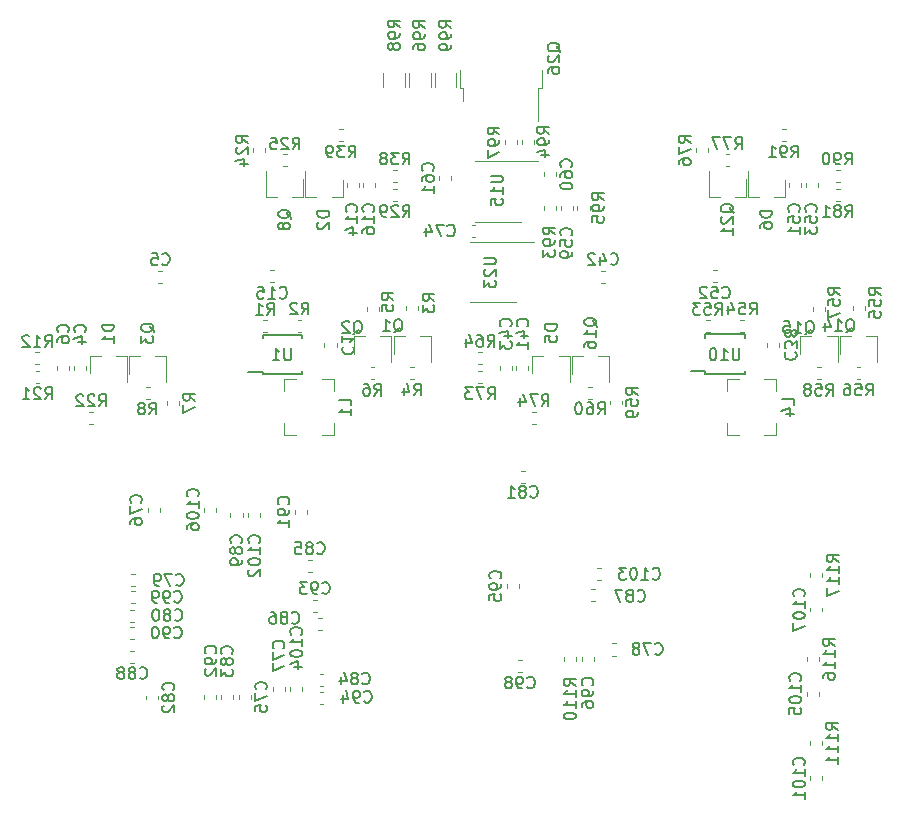
<source format=gbr>
G04 #@! TF.GenerationSoftware,KiCad,Pcbnew,5.1.5*
G04 #@! TF.CreationDate,2020-02-27T19:31:16+03:00*
G04 #@! TF.ProjectId,top,746f702e-6b69-4636-9164-5f7063625858,rev?*
G04 #@! TF.SameCoordinates,Original*
G04 #@! TF.FileFunction,Legend,Bot*
G04 #@! TF.FilePolarity,Positive*
%FSLAX46Y46*%
G04 Gerber Fmt 4.6, Leading zero omitted, Abs format (unit mm)*
G04 Created by KiCad (PCBNEW 5.1.5) date 2020-02-27 19:31:16*
%MOMM*%
%LPD*%
G04 APERTURE LIST*
%ADD10C,0.120000*%
%ADD11C,0.150000*%
G04 APERTURE END LIST*
D10*
X1890000Y-187640000D02*
X1890000Y-186180000D01*
X-1270000Y-187640000D02*
X-1270000Y-185480000D01*
X-1270000Y-187640000D02*
X-340000Y-187640000D01*
X1890000Y-187640000D02*
X960000Y-187640000D01*
X1370000Y-200332779D02*
X1370000Y-200007221D01*
X350000Y-200332779D02*
X350000Y-200007221D01*
X-20884999Y-201952220D02*
X-20884999Y-202277778D01*
X-19864999Y-201952220D02*
X-19864999Y-202277778D01*
X-13389721Y-194904999D02*
X-13715279Y-194904999D01*
X-13389721Y-193884999D02*
X-13715279Y-193884999D01*
X-21254999Y-201944719D02*
X-21254999Y-202270277D01*
X-22274999Y-201944719D02*
X-22274999Y-202270277D01*
X3250000Y-186812779D02*
X3250000Y-186487221D01*
X2230000Y-186812779D02*
X2230000Y-186487221D01*
X-4245278Y-193860000D02*
X-3919720Y-193860000D01*
X-4245278Y-194880000D02*
X-3919720Y-194880000D01*
X3620000Y-186820280D02*
X3620000Y-186494722D01*
X4640000Y-186820280D02*
X4640000Y-186494722D01*
X38850000Y-200322779D02*
X38850000Y-199997221D01*
X37830000Y-200322779D02*
X37830000Y-199997221D01*
X17615001Y-201942220D02*
X17615001Y-202267778D01*
X16595001Y-201942220D02*
X16595001Y-202267778D01*
X24090279Y-193874999D02*
X23764721Y-193874999D01*
X24090279Y-194894999D02*
X23764721Y-194894999D01*
X16225001Y-201934719D02*
X16225001Y-202260277D01*
X15205001Y-201934719D02*
X15205001Y-202260277D01*
X40730000Y-186802779D02*
X40730000Y-186477221D01*
X39710000Y-186802779D02*
X39710000Y-186477221D01*
X33234722Y-193850000D02*
X33560280Y-193850000D01*
X33234722Y-194870000D02*
X33560280Y-194870000D01*
X41100000Y-186810280D02*
X41100000Y-186484722D01*
X42120000Y-186810280D02*
X42120000Y-186484722D01*
X21370000Y-188417221D02*
X21370000Y-188742779D01*
X20350000Y-188417221D02*
X20350000Y-188742779D01*
X18930000Y-185569721D02*
X18930000Y-185895279D01*
X19950000Y-185569721D02*
X19950000Y-185895279D01*
X10060000Y-185887221D02*
X10060000Y-186212779D01*
X11080000Y-185887221D02*
X11080000Y-186212779D01*
X12797221Y-191020000D02*
X13122779Y-191020000D01*
X12797221Y-190000000D02*
X13122779Y-190000000D01*
X-6910000Y-230142779D02*
X-6910000Y-229817221D01*
X-5890000Y-230142779D02*
X-5890000Y-229817221D01*
X-13610000Y-213997221D02*
X-13610000Y-214322779D01*
X-14630000Y-213997221D02*
X-14630000Y-214322779D01*
X-3010000Y-229480279D02*
X-3010000Y-229154721D01*
X-4030000Y-229480279D02*
X-4030000Y-229154721D01*
X25012779Y-226470000D02*
X24687221Y-226470000D01*
X25012779Y-225450000D02*
X24687221Y-225450000D01*
X-16042779Y-220560000D02*
X-15717221Y-220560000D01*
X-16042779Y-219540000D02*
X-15717221Y-219540000D01*
X-16082779Y-222580000D02*
X-15757221Y-222580000D01*
X-16082779Y-223600000D02*
X-15757221Y-223600000D01*
X17302779Y-210820000D02*
X16977221Y-210820000D01*
X17302779Y-211840000D02*
X16977221Y-211840000D01*
X-14760000Y-230192779D02*
X-14760000Y-229867221D01*
X-13740000Y-230192779D02*
X-13740000Y-229867221D01*
X-8410000Y-230150279D02*
X-8410000Y-229824721D01*
X-7390000Y-230150279D02*
X-7390000Y-229824721D01*
X262779Y-228070000D02*
X-62779Y-228070000D01*
X262779Y-229090000D02*
X-62779Y-229090000D01*
X-747221Y-218350000D02*
X-1072779Y-218350000D01*
X-747221Y-219370000D02*
X-1072779Y-219370000D01*
X142779Y-223300000D02*
X-182779Y-223300000D01*
X142779Y-224320000D02*
X-182779Y-224320000D01*
X23225279Y-221860000D02*
X22899721Y-221860000D01*
X23225279Y-220840000D02*
X22899721Y-220840000D01*
X-16082779Y-227080000D02*
X-15757221Y-227080000D01*
X-16082779Y-226060000D02*
X-15757221Y-226060000D01*
X-6590000Y-214377221D02*
X-6590000Y-214702779D01*
X-7610000Y-214377221D02*
X-7610000Y-214702779D01*
X-16092779Y-224040000D02*
X-15767221Y-224040000D01*
X-16092779Y-225060000D02*
X-15767221Y-225060000D01*
X-2160000Y-214127221D02*
X-2160000Y-214452779D01*
X-1140000Y-214127221D02*
X-1140000Y-214452779D01*
X-9860000Y-230130279D02*
X-9860000Y-229804721D01*
X-8840000Y-230130279D02*
X-8840000Y-229804721D01*
X-307221Y-221730000D02*
X-632779Y-221730000D01*
X-307221Y-222750000D02*
X-632779Y-222750000D01*
X262779Y-229530000D02*
X-62779Y-229530000D01*
X262779Y-230550000D02*
X-62779Y-230550000D01*
X15780000Y-220427221D02*
X15780000Y-220752779D01*
X16800000Y-220427221D02*
X16800000Y-220752779D01*
X22160000Y-226892779D02*
X22160000Y-226567221D01*
X23180000Y-226892779D02*
X23180000Y-226567221D01*
X16727221Y-227890000D02*
X17052779Y-227890000D01*
X16727221Y-226870000D02*
X17052779Y-226870000D01*
X-16052779Y-221020000D02*
X-15727221Y-221020000D01*
X-16052779Y-222040000D02*
X-15727221Y-222040000D01*
X42490000Y-236684721D02*
X42490000Y-237010279D01*
X41470000Y-236684721D02*
X41470000Y-237010279D01*
X-5120000Y-214389720D02*
X-5120000Y-214715278D01*
X-6140000Y-214389720D02*
X-6140000Y-214715278D01*
X23407221Y-219080000D02*
X23732779Y-219080000D01*
X23407221Y-220100000D02*
X23732779Y-220100000D01*
X-2590000Y-229482779D02*
X-2590000Y-229157221D01*
X-1570000Y-229482779D02*
X-1570000Y-229157221D01*
X41170000Y-229547221D02*
X41170000Y-229872779D01*
X42190000Y-229547221D02*
X42190000Y-229872779D01*
X-9830000Y-213957221D02*
X-9830000Y-214282779D01*
X-8810000Y-213957221D02*
X-8810000Y-214282779D01*
X41490000Y-222414722D02*
X41490000Y-222740280D01*
X42510000Y-222414722D02*
X42510000Y-222740280D01*
X-19524999Y-201124999D02*
X-19524999Y-202584999D01*
X-16364999Y-201124999D02*
X-16364999Y-203284999D01*
X-16364999Y-201124999D02*
X-17294999Y-201124999D01*
X-19524999Y-201124999D02*
X-18594999Y-201124999D01*
X17955001Y-201114999D02*
X18885001Y-201114999D01*
X21115001Y-201114999D02*
X20185001Y-201114999D01*
X21115001Y-201114999D02*
X21115001Y-203274999D01*
X17955001Y-201114999D02*
X17955001Y-202574999D01*
X39370000Y-187630000D02*
X39370000Y-186170000D01*
X36210000Y-187630000D02*
X36210000Y-185470000D01*
X36210000Y-187630000D02*
X37140000Y-187630000D01*
X39370000Y-187630000D02*
X38440000Y-187630000D01*
X-3080000Y-203060000D02*
X-2055000Y-203060000D01*
X-3080000Y-203060000D02*
X-3080000Y-204085000D01*
X-3080000Y-207830000D02*
X-3080000Y-206805000D01*
X-3080000Y-207830000D02*
X-2055000Y-207830000D01*
X1140000Y-207830000D02*
X115000Y-207830000D01*
X1140000Y-203060000D02*
X115000Y-203060000D01*
X1140000Y-207830000D02*
X1140000Y-206805000D01*
X1140000Y-203060000D02*
X1140000Y-204085000D01*
X38620000Y-203050000D02*
X38620000Y-204075000D01*
X38620000Y-207820000D02*
X38620000Y-206795000D01*
X38620000Y-203050000D02*
X37595000Y-203050000D01*
X38620000Y-207820000D02*
X37595000Y-207820000D01*
X34400000Y-207820000D02*
X35425000Y-207820000D01*
X34400000Y-207820000D02*
X34400000Y-206795000D01*
X34400000Y-203050000D02*
X34400000Y-204075000D01*
X34400000Y-203050000D02*
X35425000Y-203050000D01*
X6209999Y-199440000D02*
X7139999Y-199440000D01*
X9369999Y-199440000D02*
X8439999Y-199440000D01*
X9369999Y-199440000D02*
X9369999Y-201600000D01*
X6209999Y-199440000D02*
X6209999Y-200900000D01*
X2840000Y-199460000D02*
X3770000Y-199460000D01*
X6000000Y-199460000D02*
X5070000Y-199460000D01*
X6000000Y-199460000D02*
X6000000Y-201620000D01*
X2840000Y-199460000D02*
X2840000Y-200920000D01*
X-16194999Y-201144999D02*
X-16194999Y-202604999D01*
X-13034999Y-201144999D02*
X-13034999Y-203304999D01*
X-13034999Y-201144999D02*
X-13964999Y-201144999D01*
X-16194999Y-201144999D02*
X-15264999Y-201144999D01*
X-1439999Y-187620000D02*
X-2369999Y-187620000D01*
X-4599999Y-187620000D02*
X-3669999Y-187620000D01*
X-4599999Y-187620000D02*
X-4599999Y-185460000D01*
X-1439999Y-187620000D02*
X-1439999Y-186160000D01*
X44010000Y-199440000D02*
X44940000Y-199440000D01*
X47170000Y-199440000D02*
X46240000Y-199440000D01*
X47170000Y-199440000D02*
X47170000Y-201600000D01*
X44010000Y-199440000D02*
X44010000Y-200900000D01*
X40640000Y-199460000D02*
X41570000Y-199460000D01*
X43800000Y-199460000D02*
X42870000Y-199460000D01*
X43800000Y-199460000D02*
X43800000Y-201620000D01*
X40640000Y-199460000D02*
X40640000Y-200920000D01*
X21285001Y-201134999D02*
X22215001Y-201134999D01*
X24445001Y-201134999D02*
X23515001Y-201134999D01*
X24445001Y-201134999D02*
X24445001Y-203294999D01*
X21285001Y-201134999D02*
X21285001Y-202594999D01*
X36040001Y-187610000D02*
X36040001Y-186150000D01*
X32880001Y-187610000D02*
X32880001Y-185450000D01*
X32880001Y-187610000D02*
X33810001Y-187610000D01*
X36040001Y-187610000D02*
X35110001Y-187610000D01*
X18730000Y-176890000D02*
X18730000Y-178390000D01*
X18730000Y-178390000D02*
X18460000Y-178390000D01*
X18460000Y-178390000D02*
X18460000Y-181220000D01*
X11830000Y-176890000D02*
X11830000Y-178390000D01*
X11830000Y-178390000D02*
X12100000Y-178390000D01*
X12100000Y-178390000D02*
X12100000Y-179490000D01*
X-4842779Y-199080000D02*
X-4517221Y-199080000D01*
X-4842779Y-198060000D02*
X-4517221Y-198060000D01*
X-1599720Y-198060000D02*
X-1925278Y-198060000D01*
X-1599720Y-199080000D02*
X-1925278Y-199080000D01*
X8280000Y-197230280D02*
X8280000Y-196904722D01*
X7260000Y-197230280D02*
X7260000Y-196904722D01*
X7597221Y-203080000D02*
X7922779Y-203080000D01*
X7597221Y-202060000D02*
X7922779Y-202060000D01*
X4940000Y-197265279D02*
X4940000Y-196939721D01*
X3920000Y-197265279D02*
X3920000Y-196939721D01*
X4247221Y-203090000D02*
X4572779Y-203090000D01*
X4247221Y-202070000D02*
X4572779Y-202070000D01*
X-12984999Y-205225279D02*
X-12984999Y-204899721D01*
X-11964999Y-205225279D02*
X-11964999Y-204899721D01*
X-14459721Y-204784999D02*
X-14785279Y-204784999D01*
X-14459721Y-203764999D02*
X-14785279Y-203764999D01*
X-23802220Y-201824999D02*
X-24127778Y-201824999D01*
X-23802220Y-200804999D02*
X-24127778Y-200804999D01*
X-24110279Y-202384999D02*
X-23784721Y-202384999D01*
X-24110279Y-203404999D02*
X-23784721Y-203404999D01*
X-19232220Y-205834998D02*
X-19557778Y-205834998D01*
X-19232220Y-206854998D02*
X-19557778Y-206854998D01*
X-4649999Y-183539720D02*
X-4649999Y-183865278D01*
X-5669999Y-183539720D02*
X-5669999Y-183865278D01*
X-3175277Y-185000000D02*
X-2849719Y-185000000D01*
X-3175277Y-183980000D02*
X-2849719Y-183980000D01*
X6167221Y-186940000D02*
X6492779Y-186940000D01*
X6167221Y-187960000D02*
X6492779Y-187960000D01*
X6475280Y-186380000D02*
X6149722Y-186380000D01*
X6475280Y-185360000D02*
X6149722Y-185360000D01*
X1597221Y-182930001D02*
X1922779Y-182930001D01*
X1597221Y-181910001D02*
X1922779Y-181910001D01*
X32637221Y-199070000D02*
X32962779Y-199070000D01*
X32637221Y-198050000D02*
X32962779Y-198050000D01*
X35880280Y-198050000D02*
X35554722Y-198050000D01*
X35880280Y-199070000D02*
X35554722Y-199070000D01*
X46080000Y-197230280D02*
X46080000Y-196904722D01*
X45060000Y-197230280D02*
X45060000Y-196904722D01*
X45397221Y-202060000D02*
X45722779Y-202060000D01*
X45397221Y-203080000D02*
X45722779Y-203080000D01*
X42740000Y-197265279D02*
X42740000Y-196939721D01*
X41720000Y-197265279D02*
X41720000Y-196939721D01*
X42047221Y-202070000D02*
X42372779Y-202070000D01*
X42047221Y-203090000D02*
X42372779Y-203090000D01*
X24495001Y-205215279D02*
X24495001Y-204889721D01*
X25515001Y-205215279D02*
X25515001Y-204889721D01*
X23020279Y-203754999D02*
X22694721Y-203754999D01*
X23020279Y-204774999D02*
X22694721Y-204774999D01*
X13677780Y-200794999D02*
X13352222Y-200794999D01*
X13677780Y-201814999D02*
X13352222Y-201814999D01*
X13369721Y-202374999D02*
X13695279Y-202374999D01*
X13369721Y-203394999D02*
X13695279Y-203394999D01*
X18247780Y-206844998D02*
X17922222Y-206844998D01*
X18247780Y-205824998D02*
X17922222Y-205824998D01*
X32830001Y-183529720D02*
X32830001Y-183855278D01*
X31810001Y-183529720D02*
X31810001Y-183855278D01*
X34304723Y-184990000D02*
X34630281Y-184990000D01*
X34304723Y-183970000D02*
X34630281Y-183970000D01*
X43647221Y-187950000D02*
X43972779Y-187950000D01*
X43647221Y-186930000D02*
X43972779Y-186930000D01*
X43955280Y-185350000D02*
X43629722Y-185350000D01*
X43955280Y-186370000D02*
X43629722Y-186370000D01*
X39077221Y-181900001D02*
X39402779Y-181900001D01*
X39077221Y-182920001D02*
X39402779Y-182920001D01*
X19940000Y-188417221D02*
X19940000Y-188742779D01*
X18920000Y-188417221D02*
X18920000Y-188742779D01*
X17080000Y-182809720D02*
X17080000Y-183135278D01*
X18100000Y-182809720D02*
X18100000Y-183135278D01*
X22790000Y-188417221D02*
X22790000Y-188742779D01*
X21770000Y-188417221D02*
X21770000Y-188742779D01*
X9334999Y-178367063D02*
X9334999Y-177162935D01*
X7514999Y-178367063D02*
X7514999Y-177162935D01*
X16650000Y-182837221D02*
X16650000Y-183162779D01*
X15630000Y-182837221D02*
X15630000Y-183162779D01*
X5340000Y-178352064D02*
X5340000Y-177147936D01*
X7160000Y-178352064D02*
X7160000Y-177147936D01*
X9700000Y-178362064D02*
X9700000Y-177157936D01*
X11520000Y-178362064D02*
X11520000Y-177157936D01*
X21670000Y-226902779D02*
X21670000Y-226577221D01*
X20650000Y-226902779D02*
X20650000Y-226577221D01*
X41440000Y-234055279D02*
X41440000Y-233729721D01*
X42460000Y-234055279D02*
X42460000Y-233729721D01*
X42190000Y-226930280D02*
X42190000Y-226604722D01*
X41170000Y-226930280D02*
X41170000Y-226604722D01*
X42510000Y-219805278D02*
X42510000Y-219479720D01*
X41490000Y-219805278D02*
X41490000Y-219479720D01*
D11*
X-4879999Y-202649999D02*
X-4879999Y-202424999D01*
X-1529999Y-202649999D02*
X-1529999Y-202349999D01*
X-1529999Y-199299999D02*
X-1529999Y-199599999D01*
X-4879999Y-199299999D02*
X-4879999Y-199599999D01*
X-4879999Y-202649999D02*
X-1529999Y-202649999D01*
X-4879999Y-199299999D02*
X-1529999Y-199299999D01*
X-4879999Y-202424999D02*
X-6104999Y-202424999D01*
X32600001Y-202414999D02*
X31375001Y-202414999D01*
X32600001Y-199289999D02*
X35950001Y-199289999D01*
X32600001Y-202639999D02*
X35950001Y-202639999D01*
X32600001Y-199289999D02*
X32600001Y-199589999D01*
X35950001Y-199289999D02*
X35950001Y-199589999D01*
X35950001Y-202639999D02*
X35950001Y-202339999D01*
X32600001Y-202639999D02*
X32600001Y-202414999D01*
D10*
X15014999Y-189725001D02*
X13064999Y-189725001D01*
X15014999Y-189725001D02*
X16964999Y-189725001D01*
X15014999Y-184605001D02*
X13064999Y-184605001D01*
X15014999Y-184605001D02*
X18464999Y-184605001D01*
X14650000Y-196560000D02*
X12700000Y-196560000D01*
X14650000Y-196560000D02*
X16600000Y-196560000D01*
X14650000Y-191440000D02*
X12700000Y-191440000D01*
X14650000Y-191440000D02*
X18100000Y-191440000D01*
D11*
X742380Y-188841904D02*
X-257619Y-188841904D01*
X-257619Y-189080000D01*
X-210000Y-189222857D01*
X-114761Y-189318095D01*
X-19523Y-189365714D01*
X170952Y-189413333D01*
X313809Y-189413333D01*
X504285Y-189365714D01*
X599523Y-189318095D01*
X694761Y-189222857D01*
X742380Y-189080000D01*
X742380Y-188841904D01*
X-162380Y-189794285D02*
X-210000Y-189841904D01*
X-257619Y-189937142D01*
X-257619Y-190175238D01*
X-210000Y-190270476D01*
X-162380Y-190318095D01*
X-67142Y-190365714D01*
X28095Y-190365714D01*
X170952Y-190318095D01*
X742380Y-189746666D01*
X742380Y-190365714D01*
X1932857Y-200336666D02*
X1885238Y-200384285D01*
X1837619Y-200527142D01*
X1837619Y-200622380D01*
X1885238Y-200765238D01*
X1980476Y-200860476D01*
X2075714Y-200908095D01*
X2266190Y-200955714D01*
X2409047Y-200955714D01*
X2599523Y-200908095D01*
X2694761Y-200860476D01*
X2790000Y-200765238D01*
X2837619Y-200622380D01*
X2837619Y-200527142D01*
X2790000Y-200384285D01*
X2742380Y-200336666D01*
X1837619Y-199384285D02*
X1837619Y-199955714D01*
X1837619Y-199670000D02*
X2837619Y-199670000D01*
X2694761Y-199765238D01*
X2599523Y-199860476D01*
X2551904Y-199955714D01*
X-19957856Y-199068332D02*
X-19910237Y-199020713D01*
X-19862618Y-198877856D01*
X-19862618Y-198782618D01*
X-19910237Y-198639760D01*
X-20005475Y-198544522D01*
X-20100713Y-198496903D01*
X-20291189Y-198449284D01*
X-20434046Y-198449284D01*
X-20624522Y-198496903D01*
X-20719760Y-198544522D01*
X-20814999Y-198639760D01*
X-20862618Y-198782618D01*
X-20862618Y-198877856D01*
X-20814999Y-199020713D01*
X-20767379Y-199068332D01*
X-20529284Y-199925475D02*
X-19862618Y-199925475D01*
X-20910237Y-199687379D02*
X-20195951Y-199449284D01*
X-20195951Y-200068332D01*
X-13385833Y-193322141D02*
X-13338214Y-193369760D01*
X-13195357Y-193417379D01*
X-13100119Y-193417379D01*
X-12957261Y-193369760D01*
X-12862023Y-193274522D01*
X-12814404Y-193179284D01*
X-12766785Y-192988808D01*
X-12766785Y-192845951D01*
X-12814404Y-192655475D01*
X-12862023Y-192560237D01*
X-12957261Y-192464999D01*
X-13100119Y-192417379D01*
X-13195357Y-192417379D01*
X-13338214Y-192464999D01*
X-13385833Y-192512618D01*
X-14290595Y-192417379D02*
X-13814404Y-192417379D01*
X-13766785Y-192893570D01*
X-13814404Y-192845951D01*
X-13909642Y-192798332D01*
X-14147738Y-192798332D01*
X-14242976Y-192845951D01*
X-14290595Y-192893570D01*
X-14338214Y-192988808D01*
X-14338214Y-193226903D01*
X-14290595Y-193322141D01*
X-14242976Y-193369760D01*
X-14147738Y-193417379D01*
X-13909642Y-193417379D01*
X-13814404Y-193369760D01*
X-13766785Y-193322141D01*
X-21387856Y-199068332D02*
X-21340237Y-199020713D01*
X-21292618Y-198877856D01*
X-21292618Y-198782618D01*
X-21340237Y-198639760D01*
X-21435475Y-198544522D01*
X-21530713Y-198496903D01*
X-21721189Y-198449284D01*
X-21864046Y-198449284D01*
X-22054522Y-198496903D01*
X-22149760Y-198544522D01*
X-22244999Y-198639760D01*
X-22292618Y-198782618D01*
X-22292618Y-198877856D01*
X-22244999Y-199020713D01*
X-22197379Y-199068332D01*
X-22292618Y-199925475D02*
X-22292618Y-199734999D01*
X-22244999Y-199639760D01*
X-22197379Y-199592141D01*
X-22054522Y-199496903D01*
X-21864046Y-199449284D01*
X-21483094Y-199449284D01*
X-21387856Y-199496903D01*
X-21340237Y-199544522D01*
X-21292618Y-199639760D01*
X-21292618Y-199830237D01*
X-21340237Y-199925475D01*
X-21387856Y-199973094D01*
X-21483094Y-200020713D01*
X-21721189Y-200020713D01*
X-21816427Y-199973094D01*
X-21864046Y-199925475D01*
X-21911665Y-199830237D01*
X-21911665Y-199639760D01*
X-21864046Y-199544522D01*
X-21816427Y-199496903D01*
X-21721189Y-199449284D01*
X3037142Y-188887142D02*
X3084761Y-188839523D01*
X3132380Y-188696666D01*
X3132380Y-188601428D01*
X3084761Y-188458571D01*
X2989523Y-188363333D01*
X2894285Y-188315714D01*
X2703809Y-188268095D01*
X2560952Y-188268095D01*
X2370476Y-188315714D01*
X2275238Y-188363333D01*
X2180000Y-188458571D01*
X2132380Y-188601428D01*
X2132380Y-188696666D01*
X2180000Y-188839523D01*
X2227619Y-188887142D01*
X3132380Y-189839523D02*
X3132380Y-189268095D01*
X3132380Y-189553809D02*
X2132380Y-189553809D01*
X2275238Y-189458571D01*
X2370476Y-189363333D01*
X2418095Y-189268095D01*
X2465714Y-190696666D02*
X3132380Y-190696666D01*
X2084761Y-190458571D02*
X2799047Y-190220476D01*
X2799047Y-190839523D01*
X-3439641Y-196157142D02*
X-3392022Y-196204761D01*
X-3249165Y-196252380D01*
X-3153927Y-196252380D01*
X-3011070Y-196204761D01*
X-2915832Y-196109523D01*
X-2868213Y-196014285D01*
X-2820594Y-195823809D01*
X-2820594Y-195680952D01*
X-2868213Y-195490476D01*
X-2915832Y-195395238D01*
X-3011070Y-195300000D01*
X-3153927Y-195252380D01*
X-3249165Y-195252380D01*
X-3392022Y-195300000D01*
X-3439641Y-195347619D01*
X-4392022Y-196252380D02*
X-3820594Y-196252380D01*
X-4106308Y-196252380D02*
X-4106308Y-195252380D01*
X-4011070Y-195395238D01*
X-3915832Y-195490476D01*
X-3820594Y-195538095D01*
X-5296784Y-195252380D02*
X-4820594Y-195252380D01*
X-4772975Y-195728571D01*
X-4820594Y-195680952D01*
X-4915832Y-195633333D01*
X-5153927Y-195633333D01*
X-5249165Y-195680952D01*
X-5296784Y-195728571D01*
X-5344403Y-195823809D01*
X-5344403Y-196061904D01*
X-5296784Y-196157142D01*
X-5249165Y-196204761D01*
X-5153927Y-196252380D01*
X-4915832Y-196252380D01*
X-4820594Y-196204761D01*
X-4772975Y-196157142D01*
X4467142Y-188887142D02*
X4514761Y-188839523D01*
X4562380Y-188696666D01*
X4562380Y-188601428D01*
X4514761Y-188458571D01*
X4419523Y-188363333D01*
X4324285Y-188315714D01*
X4133809Y-188268095D01*
X3990952Y-188268095D01*
X3800476Y-188315714D01*
X3705238Y-188363333D01*
X3610000Y-188458571D01*
X3562380Y-188601428D01*
X3562380Y-188696666D01*
X3610000Y-188839523D01*
X3657619Y-188887142D01*
X4562380Y-189839523D02*
X4562380Y-189268095D01*
X4562380Y-189553809D02*
X3562380Y-189553809D01*
X3705238Y-189458571D01*
X3800476Y-189363333D01*
X3848095Y-189268095D01*
X3562380Y-190696666D02*
X3562380Y-190506190D01*
X3610000Y-190410952D01*
X3657619Y-190363333D01*
X3800476Y-190268095D01*
X3990952Y-190220476D01*
X4371904Y-190220476D01*
X4467142Y-190268095D01*
X4514761Y-190315714D01*
X4562380Y-190410952D01*
X4562380Y-190601428D01*
X4514761Y-190696666D01*
X4467142Y-190744285D01*
X4371904Y-190791904D01*
X4133809Y-190791904D01*
X4038571Y-190744285D01*
X3990952Y-190696666D01*
X3943333Y-190601428D01*
X3943333Y-190410952D01*
X3990952Y-190315714D01*
X4038571Y-190268095D01*
X4133809Y-190220476D01*
X39412857Y-200802857D02*
X39365238Y-200850476D01*
X39317619Y-200993333D01*
X39317619Y-201088571D01*
X39365238Y-201231428D01*
X39460476Y-201326666D01*
X39555714Y-201374285D01*
X39746190Y-201421904D01*
X39889047Y-201421904D01*
X40079523Y-201374285D01*
X40174761Y-201326666D01*
X40270000Y-201231428D01*
X40317619Y-201088571D01*
X40317619Y-200993333D01*
X40270000Y-200850476D01*
X40222380Y-200802857D01*
X40317619Y-200469523D02*
X40317619Y-199850476D01*
X39936666Y-200183809D01*
X39936666Y-200040952D01*
X39889047Y-199945714D01*
X39841428Y-199898095D01*
X39746190Y-199850476D01*
X39508095Y-199850476D01*
X39412857Y-199898095D01*
X39365238Y-199945714D01*
X39317619Y-200040952D01*
X39317619Y-200326666D01*
X39365238Y-200421904D01*
X39412857Y-200469523D01*
X39889047Y-199279047D02*
X39936666Y-199374285D01*
X39984285Y-199421904D01*
X40079523Y-199469523D01*
X40127142Y-199469523D01*
X40222380Y-199421904D01*
X40270000Y-199374285D01*
X40317619Y-199279047D01*
X40317619Y-199088571D01*
X40270000Y-198993333D01*
X40222380Y-198945714D01*
X40127142Y-198898095D01*
X40079523Y-198898095D01*
X39984285Y-198945714D01*
X39936666Y-198993333D01*
X39889047Y-199088571D01*
X39889047Y-199279047D01*
X39841428Y-199374285D01*
X39793809Y-199421904D01*
X39698571Y-199469523D01*
X39508095Y-199469523D01*
X39412857Y-199421904D01*
X39365238Y-199374285D01*
X39317619Y-199279047D01*
X39317619Y-199088571D01*
X39365238Y-198993333D01*
X39412857Y-198945714D01*
X39508095Y-198898095D01*
X39698571Y-198898095D01*
X39793809Y-198945714D01*
X39841428Y-198993333D01*
X39889047Y-199088571D01*
X17522143Y-198582141D02*
X17569762Y-198534522D01*
X17617381Y-198391665D01*
X17617381Y-198296427D01*
X17569762Y-198153570D01*
X17474524Y-198058332D01*
X17379286Y-198010713D01*
X17188810Y-197963094D01*
X17045953Y-197963094D01*
X16855477Y-198010713D01*
X16760239Y-198058332D01*
X16665001Y-198153570D01*
X16617381Y-198296427D01*
X16617381Y-198391665D01*
X16665001Y-198534522D01*
X16712620Y-198582141D01*
X16950715Y-199439284D02*
X17617381Y-199439284D01*
X16569762Y-199201189D02*
X17284048Y-198963094D01*
X17284048Y-199582141D01*
X17617381Y-200486903D02*
X17617381Y-199915475D01*
X17617381Y-200201189D02*
X16617381Y-200201189D01*
X16760239Y-200105951D01*
X16855477Y-200010713D01*
X16903096Y-199915475D01*
X24570357Y-193312141D02*
X24617976Y-193359760D01*
X24760833Y-193407379D01*
X24856071Y-193407379D01*
X24998928Y-193359760D01*
X25094166Y-193264522D01*
X25141785Y-193169284D01*
X25189404Y-192978808D01*
X25189404Y-192835951D01*
X25141785Y-192645475D01*
X25094166Y-192550237D01*
X24998928Y-192454999D01*
X24856071Y-192407379D01*
X24760833Y-192407379D01*
X24617976Y-192454999D01*
X24570357Y-192502618D01*
X23713214Y-192740713D02*
X23713214Y-193407379D01*
X23951309Y-192359760D02*
X24189404Y-193074046D01*
X23570357Y-193074046D01*
X23237023Y-192502618D02*
X23189404Y-192454999D01*
X23094166Y-192407379D01*
X22856071Y-192407379D01*
X22760833Y-192454999D01*
X22713214Y-192502618D01*
X22665595Y-192597856D01*
X22665595Y-192693094D01*
X22713214Y-192835951D01*
X23284642Y-193407379D01*
X22665595Y-193407379D01*
X16092143Y-198582141D02*
X16139762Y-198534522D01*
X16187381Y-198391665D01*
X16187381Y-198296427D01*
X16139762Y-198153570D01*
X16044524Y-198058332D01*
X15949286Y-198010713D01*
X15758810Y-197963094D01*
X15615953Y-197963094D01*
X15425477Y-198010713D01*
X15330239Y-198058332D01*
X15235001Y-198153570D01*
X15187381Y-198296427D01*
X15187381Y-198391665D01*
X15235001Y-198534522D01*
X15282620Y-198582141D01*
X15520715Y-199439284D02*
X16187381Y-199439284D01*
X15139762Y-199201189D02*
X15854048Y-198963094D01*
X15854048Y-199582141D01*
X15187381Y-199867856D02*
X15187381Y-200486903D01*
X15568334Y-200153570D01*
X15568334Y-200296427D01*
X15615953Y-200391665D01*
X15663572Y-200439284D01*
X15758810Y-200486903D01*
X15996905Y-200486903D01*
X16092143Y-200439284D01*
X16139762Y-200391665D01*
X16187381Y-200296427D01*
X16187381Y-200010713D01*
X16139762Y-199915475D01*
X16092143Y-199867856D01*
X40517142Y-188877142D02*
X40564761Y-188829523D01*
X40612380Y-188686666D01*
X40612380Y-188591428D01*
X40564761Y-188448571D01*
X40469523Y-188353333D01*
X40374285Y-188305714D01*
X40183809Y-188258095D01*
X40040952Y-188258095D01*
X39850476Y-188305714D01*
X39755238Y-188353333D01*
X39660000Y-188448571D01*
X39612380Y-188591428D01*
X39612380Y-188686666D01*
X39660000Y-188829523D01*
X39707619Y-188877142D01*
X39612380Y-189781904D02*
X39612380Y-189305714D01*
X40088571Y-189258095D01*
X40040952Y-189305714D01*
X39993333Y-189400952D01*
X39993333Y-189639047D01*
X40040952Y-189734285D01*
X40088571Y-189781904D01*
X40183809Y-189829523D01*
X40421904Y-189829523D01*
X40517142Y-189781904D01*
X40564761Y-189734285D01*
X40612380Y-189639047D01*
X40612380Y-189400952D01*
X40564761Y-189305714D01*
X40517142Y-189258095D01*
X40612380Y-190781904D02*
X40612380Y-190210476D01*
X40612380Y-190496190D02*
X39612380Y-190496190D01*
X39755238Y-190400952D01*
X39850476Y-190305714D01*
X39898095Y-190210476D01*
X34040358Y-196147142D02*
X34087977Y-196194761D01*
X34230834Y-196242380D01*
X34326072Y-196242380D01*
X34468929Y-196194761D01*
X34564167Y-196099523D01*
X34611786Y-196004285D01*
X34659405Y-195813809D01*
X34659405Y-195670952D01*
X34611786Y-195480476D01*
X34564167Y-195385238D01*
X34468929Y-195290000D01*
X34326072Y-195242380D01*
X34230834Y-195242380D01*
X34087977Y-195290000D01*
X34040358Y-195337619D01*
X33135596Y-195242380D02*
X33611786Y-195242380D01*
X33659405Y-195718571D01*
X33611786Y-195670952D01*
X33516548Y-195623333D01*
X33278453Y-195623333D01*
X33183215Y-195670952D01*
X33135596Y-195718571D01*
X33087977Y-195813809D01*
X33087977Y-196051904D01*
X33135596Y-196147142D01*
X33183215Y-196194761D01*
X33278453Y-196242380D01*
X33516548Y-196242380D01*
X33611786Y-196194761D01*
X33659405Y-196147142D01*
X32707024Y-195337619D02*
X32659405Y-195290000D01*
X32564167Y-195242380D01*
X32326072Y-195242380D01*
X32230834Y-195290000D01*
X32183215Y-195337619D01*
X32135596Y-195432857D01*
X32135596Y-195528095D01*
X32183215Y-195670952D01*
X32754643Y-196242380D01*
X32135596Y-196242380D01*
X41947142Y-188877142D02*
X41994761Y-188829523D01*
X42042380Y-188686666D01*
X42042380Y-188591428D01*
X41994761Y-188448571D01*
X41899523Y-188353333D01*
X41804285Y-188305714D01*
X41613809Y-188258095D01*
X41470952Y-188258095D01*
X41280476Y-188305714D01*
X41185238Y-188353333D01*
X41090000Y-188448571D01*
X41042380Y-188591428D01*
X41042380Y-188686666D01*
X41090000Y-188829523D01*
X41137619Y-188877142D01*
X41042380Y-189781904D02*
X41042380Y-189305714D01*
X41518571Y-189258095D01*
X41470952Y-189305714D01*
X41423333Y-189400952D01*
X41423333Y-189639047D01*
X41470952Y-189734285D01*
X41518571Y-189781904D01*
X41613809Y-189829523D01*
X41851904Y-189829523D01*
X41947142Y-189781904D01*
X41994761Y-189734285D01*
X42042380Y-189639047D01*
X42042380Y-189400952D01*
X41994761Y-189305714D01*
X41947142Y-189258095D01*
X41042380Y-190162857D02*
X41042380Y-190781904D01*
X41423333Y-190448571D01*
X41423333Y-190591428D01*
X41470952Y-190686666D01*
X41518571Y-190734285D01*
X41613809Y-190781904D01*
X41851904Y-190781904D01*
X41947142Y-190734285D01*
X41994761Y-190686666D01*
X42042380Y-190591428D01*
X42042380Y-190305714D01*
X41994761Y-190210476D01*
X41947142Y-190162857D01*
X21217142Y-190897142D02*
X21264761Y-190849523D01*
X21312380Y-190706666D01*
X21312380Y-190611428D01*
X21264761Y-190468571D01*
X21169523Y-190373333D01*
X21074285Y-190325714D01*
X20883809Y-190278095D01*
X20740952Y-190278095D01*
X20550476Y-190325714D01*
X20455238Y-190373333D01*
X20360000Y-190468571D01*
X20312380Y-190611428D01*
X20312380Y-190706666D01*
X20360000Y-190849523D01*
X20407619Y-190897142D01*
X20312380Y-191801904D02*
X20312380Y-191325714D01*
X20788571Y-191278095D01*
X20740952Y-191325714D01*
X20693333Y-191420952D01*
X20693333Y-191659047D01*
X20740952Y-191754285D01*
X20788571Y-191801904D01*
X20883809Y-191849523D01*
X21121904Y-191849523D01*
X21217142Y-191801904D01*
X21264761Y-191754285D01*
X21312380Y-191659047D01*
X21312380Y-191420952D01*
X21264761Y-191325714D01*
X21217142Y-191278095D01*
X21312380Y-192325714D02*
X21312380Y-192516190D01*
X21264761Y-192611428D01*
X21217142Y-192659047D01*
X21074285Y-192754285D01*
X20883809Y-192801904D01*
X20502857Y-192801904D01*
X20407619Y-192754285D01*
X20360000Y-192706666D01*
X20312380Y-192611428D01*
X20312380Y-192420952D01*
X20360000Y-192325714D01*
X20407619Y-192278095D01*
X20502857Y-192230476D01*
X20740952Y-192230476D01*
X20836190Y-192278095D01*
X20883809Y-192325714D01*
X20931428Y-192420952D01*
X20931428Y-192611428D01*
X20883809Y-192706666D01*
X20836190Y-192754285D01*
X20740952Y-192801904D01*
X21217142Y-185089642D02*
X21264761Y-185042023D01*
X21312380Y-184899166D01*
X21312380Y-184803928D01*
X21264761Y-184661071D01*
X21169523Y-184565833D01*
X21074285Y-184518214D01*
X20883809Y-184470595D01*
X20740952Y-184470595D01*
X20550476Y-184518214D01*
X20455238Y-184565833D01*
X20360000Y-184661071D01*
X20312380Y-184803928D01*
X20312380Y-184899166D01*
X20360000Y-185042023D01*
X20407619Y-185089642D01*
X20312380Y-185946785D02*
X20312380Y-185756309D01*
X20360000Y-185661071D01*
X20407619Y-185613452D01*
X20550476Y-185518214D01*
X20740952Y-185470595D01*
X21121904Y-185470595D01*
X21217142Y-185518214D01*
X21264761Y-185565833D01*
X21312380Y-185661071D01*
X21312380Y-185851547D01*
X21264761Y-185946785D01*
X21217142Y-185994404D01*
X21121904Y-186042023D01*
X20883809Y-186042023D01*
X20788571Y-185994404D01*
X20740952Y-185946785D01*
X20693333Y-185851547D01*
X20693333Y-185661071D01*
X20740952Y-185565833D01*
X20788571Y-185518214D01*
X20883809Y-185470595D01*
X20312380Y-186661071D02*
X20312380Y-186756309D01*
X20360000Y-186851547D01*
X20407619Y-186899166D01*
X20502857Y-186946785D01*
X20693333Y-186994404D01*
X20931428Y-186994404D01*
X21121904Y-186946785D01*
X21217142Y-186899166D01*
X21264761Y-186851547D01*
X21312380Y-186756309D01*
X21312380Y-186661071D01*
X21264761Y-186565833D01*
X21217142Y-186518214D01*
X21121904Y-186470595D01*
X20931428Y-186422976D01*
X20693333Y-186422976D01*
X20502857Y-186470595D01*
X20407619Y-186518214D01*
X20360000Y-186565833D01*
X20312380Y-186661071D01*
X9497142Y-185407142D02*
X9544761Y-185359523D01*
X9592380Y-185216666D01*
X9592380Y-185121428D01*
X9544761Y-184978571D01*
X9449523Y-184883333D01*
X9354285Y-184835714D01*
X9163809Y-184788095D01*
X9020952Y-184788095D01*
X8830476Y-184835714D01*
X8735238Y-184883333D01*
X8640000Y-184978571D01*
X8592380Y-185121428D01*
X8592380Y-185216666D01*
X8640000Y-185359523D01*
X8687619Y-185407142D01*
X8592380Y-186264285D02*
X8592380Y-186073809D01*
X8640000Y-185978571D01*
X8687619Y-185930952D01*
X8830476Y-185835714D01*
X9020952Y-185788095D01*
X9401904Y-185788095D01*
X9497142Y-185835714D01*
X9544761Y-185883333D01*
X9592380Y-185978571D01*
X9592380Y-186169047D01*
X9544761Y-186264285D01*
X9497142Y-186311904D01*
X9401904Y-186359523D01*
X9163809Y-186359523D01*
X9068571Y-186311904D01*
X9020952Y-186264285D01*
X8973333Y-186169047D01*
X8973333Y-185978571D01*
X9020952Y-185883333D01*
X9068571Y-185835714D01*
X9163809Y-185788095D01*
X9592380Y-187311904D02*
X9592380Y-186740476D01*
X9592380Y-187026190D02*
X8592380Y-187026190D01*
X8735238Y-186930952D01*
X8830476Y-186835714D01*
X8878095Y-186740476D01*
X10762857Y-190887142D02*
X10810476Y-190934761D01*
X10953333Y-190982380D01*
X11048571Y-190982380D01*
X11191428Y-190934761D01*
X11286666Y-190839523D01*
X11334285Y-190744285D01*
X11381904Y-190553809D01*
X11381904Y-190410952D01*
X11334285Y-190220476D01*
X11286666Y-190125238D01*
X11191428Y-190030000D01*
X11048571Y-189982380D01*
X10953333Y-189982380D01*
X10810476Y-190030000D01*
X10762857Y-190077619D01*
X10429523Y-189982380D02*
X9762857Y-189982380D01*
X10191428Y-190982380D01*
X8953333Y-190315714D02*
X8953333Y-190982380D01*
X9191428Y-189934761D02*
X9429523Y-190649047D01*
X8810476Y-190649047D01*
X-4612857Y-229337142D02*
X-4565238Y-229289523D01*
X-4517619Y-229146666D01*
X-4517619Y-229051428D01*
X-4565238Y-228908571D01*
X-4660476Y-228813333D01*
X-4755714Y-228765714D01*
X-4946190Y-228718095D01*
X-5089047Y-228718095D01*
X-5279523Y-228765714D01*
X-5374761Y-228813333D01*
X-5470000Y-228908571D01*
X-5517619Y-229051428D01*
X-5517619Y-229146666D01*
X-5470000Y-229289523D01*
X-5422380Y-229337142D01*
X-5517619Y-229670476D02*
X-5517619Y-230337142D01*
X-4517619Y-229908571D01*
X-5517619Y-231194285D02*
X-5517619Y-230718095D01*
X-5041428Y-230670476D01*
X-5089047Y-230718095D01*
X-5136666Y-230813333D01*
X-5136666Y-231051428D01*
X-5089047Y-231146666D01*
X-5041428Y-231194285D01*
X-4946190Y-231241904D01*
X-4708095Y-231241904D01*
X-4612857Y-231194285D01*
X-4565238Y-231146666D01*
X-4517619Y-231051428D01*
X-4517619Y-230813333D01*
X-4565238Y-230718095D01*
X-4612857Y-230670476D01*
X-15192857Y-213517142D02*
X-15145238Y-213469523D01*
X-15097619Y-213326666D01*
X-15097619Y-213231428D01*
X-15145238Y-213088571D01*
X-15240476Y-212993333D01*
X-15335714Y-212945714D01*
X-15526190Y-212898095D01*
X-15669047Y-212898095D01*
X-15859523Y-212945714D01*
X-15954761Y-212993333D01*
X-16050000Y-213088571D01*
X-16097619Y-213231428D01*
X-16097619Y-213326666D01*
X-16050000Y-213469523D01*
X-16002380Y-213517142D01*
X-16097619Y-213850476D02*
X-16097619Y-214517142D01*
X-15097619Y-214088571D01*
X-16097619Y-215326666D02*
X-16097619Y-215136190D01*
X-16050000Y-215040952D01*
X-16002380Y-214993333D01*
X-15859523Y-214898095D01*
X-15669047Y-214850476D01*
X-15288095Y-214850476D01*
X-15192857Y-214898095D01*
X-15145238Y-214945714D01*
X-15097619Y-215040952D01*
X-15097619Y-215231428D01*
X-15145238Y-215326666D01*
X-15192857Y-215374285D01*
X-15288095Y-215421904D01*
X-15526190Y-215421904D01*
X-15621428Y-215374285D01*
X-15669047Y-215326666D01*
X-15716666Y-215231428D01*
X-15716666Y-215040952D01*
X-15669047Y-214945714D01*
X-15621428Y-214898095D01*
X-15526190Y-214850476D01*
X-3132857Y-225844642D02*
X-3085238Y-225797023D01*
X-3037619Y-225654166D01*
X-3037619Y-225558928D01*
X-3085238Y-225416071D01*
X-3180476Y-225320833D01*
X-3275714Y-225273214D01*
X-3466190Y-225225595D01*
X-3609047Y-225225595D01*
X-3799523Y-225273214D01*
X-3894761Y-225320833D01*
X-3990000Y-225416071D01*
X-4037619Y-225558928D01*
X-4037619Y-225654166D01*
X-3990000Y-225797023D01*
X-3942380Y-225844642D01*
X-4037619Y-226177976D02*
X-4037619Y-226844642D01*
X-3037619Y-226416071D01*
X-4037619Y-227130357D02*
X-4037619Y-227797023D01*
X-3037619Y-227368452D01*
X28352857Y-226307142D02*
X28400476Y-226354761D01*
X28543333Y-226402380D01*
X28638571Y-226402380D01*
X28781428Y-226354761D01*
X28876666Y-226259523D01*
X28924285Y-226164285D01*
X28971904Y-225973809D01*
X28971904Y-225830952D01*
X28924285Y-225640476D01*
X28876666Y-225545238D01*
X28781428Y-225450000D01*
X28638571Y-225402380D01*
X28543333Y-225402380D01*
X28400476Y-225450000D01*
X28352857Y-225497619D01*
X28019523Y-225402380D02*
X27352857Y-225402380D01*
X27781428Y-226402380D01*
X26829047Y-225830952D02*
X26924285Y-225783333D01*
X26971904Y-225735714D01*
X27019523Y-225640476D01*
X27019523Y-225592857D01*
X26971904Y-225497619D01*
X26924285Y-225450000D01*
X26829047Y-225402380D01*
X26638571Y-225402380D01*
X26543333Y-225450000D01*
X26495714Y-225497619D01*
X26448095Y-225592857D01*
X26448095Y-225640476D01*
X26495714Y-225735714D01*
X26543333Y-225783333D01*
X26638571Y-225830952D01*
X26829047Y-225830952D01*
X26924285Y-225878571D01*
X26971904Y-225926190D01*
X27019523Y-226021428D01*
X27019523Y-226211904D01*
X26971904Y-226307142D01*
X26924285Y-226354761D01*
X26829047Y-226402380D01*
X26638571Y-226402380D01*
X26543333Y-226354761D01*
X26495714Y-226307142D01*
X26448095Y-226211904D01*
X26448095Y-226021428D01*
X26495714Y-225926190D01*
X26543333Y-225878571D01*
X26638571Y-225830952D01*
X-12197142Y-220467142D02*
X-12149523Y-220514761D01*
X-12006666Y-220562380D01*
X-11911428Y-220562380D01*
X-11768571Y-220514761D01*
X-11673333Y-220419523D01*
X-11625714Y-220324285D01*
X-11578095Y-220133809D01*
X-11578095Y-219990952D01*
X-11625714Y-219800476D01*
X-11673333Y-219705238D01*
X-11768571Y-219610000D01*
X-11911428Y-219562380D01*
X-12006666Y-219562380D01*
X-12149523Y-219610000D01*
X-12197142Y-219657619D01*
X-12530476Y-219562380D02*
X-13197142Y-219562380D01*
X-12768571Y-220562380D01*
X-13625714Y-220562380D02*
X-13816190Y-220562380D01*
X-13911428Y-220514761D01*
X-13959047Y-220467142D01*
X-14054285Y-220324285D01*
X-14101904Y-220133809D01*
X-14101904Y-219752857D01*
X-14054285Y-219657619D01*
X-14006666Y-219610000D01*
X-13911428Y-219562380D01*
X-13720952Y-219562380D01*
X-13625714Y-219610000D01*
X-13578095Y-219657619D01*
X-13530476Y-219752857D01*
X-13530476Y-219990952D01*
X-13578095Y-220086190D01*
X-13625714Y-220133809D01*
X-13720952Y-220181428D01*
X-13911428Y-220181428D01*
X-14006666Y-220133809D01*
X-14054285Y-220086190D01*
X-14101904Y-219990952D01*
X-12317142Y-223437142D02*
X-12269523Y-223484761D01*
X-12126666Y-223532380D01*
X-12031428Y-223532380D01*
X-11888571Y-223484761D01*
X-11793333Y-223389523D01*
X-11745714Y-223294285D01*
X-11698095Y-223103809D01*
X-11698095Y-222960952D01*
X-11745714Y-222770476D01*
X-11793333Y-222675238D01*
X-11888571Y-222580000D01*
X-12031428Y-222532380D01*
X-12126666Y-222532380D01*
X-12269523Y-222580000D01*
X-12317142Y-222627619D01*
X-12888571Y-222960952D02*
X-12793333Y-222913333D01*
X-12745714Y-222865714D01*
X-12698095Y-222770476D01*
X-12698095Y-222722857D01*
X-12745714Y-222627619D01*
X-12793333Y-222580000D01*
X-12888571Y-222532380D01*
X-13079047Y-222532380D01*
X-13174285Y-222580000D01*
X-13221904Y-222627619D01*
X-13269523Y-222722857D01*
X-13269523Y-222770476D01*
X-13221904Y-222865714D01*
X-13174285Y-222913333D01*
X-13079047Y-222960952D01*
X-12888571Y-222960952D01*
X-12793333Y-223008571D01*
X-12745714Y-223056190D01*
X-12698095Y-223151428D01*
X-12698095Y-223341904D01*
X-12745714Y-223437142D01*
X-12793333Y-223484761D01*
X-12888571Y-223532380D01*
X-13079047Y-223532380D01*
X-13174285Y-223484761D01*
X-13221904Y-223437142D01*
X-13269523Y-223341904D01*
X-13269523Y-223151428D01*
X-13221904Y-223056190D01*
X-13174285Y-223008571D01*
X-13079047Y-222960952D01*
X-13888571Y-222532380D02*
X-13983809Y-222532380D01*
X-14079047Y-222580000D01*
X-14126666Y-222627619D01*
X-14174285Y-222722857D01*
X-14221904Y-222913333D01*
X-14221904Y-223151428D01*
X-14174285Y-223341904D01*
X-14126666Y-223437142D01*
X-14079047Y-223484761D01*
X-13983809Y-223532380D01*
X-13888571Y-223532380D01*
X-13793333Y-223484761D01*
X-13745714Y-223437142D01*
X-13698095Y-223341904D01*
X-13650476Y-223151428D01*
X-13650476Y-222913333D01*
X-13698095Y-222722857D01*
X-13745714Y-222627619D01*
X-13793333Y-222580000D01*
X-13888571Y-222532380D01*
X17782857Y-212997142D02*
X17830476Y-213044761D01*
X17973333Y-213092380D01*
X18068571Y-213092380D01*
X18211428Y-213044761D01*
X18306666Y-212949523D01*
X18354285Y-212854285D01*
X18401904Y-212663809D01*
X18401904Y-212520952D01*
X18354285Y-212330476D01*
X18306666Y-212235238D01*
X18211428Y-212140000D01*
X18068571Y-212092380D01*
X17973333Y-212092380D01*
X17830476Y-212140000D01*
X17782857Y-212187619D01*
X17211428Y-212520952D02*
X17306666Y-212473333D01*
X17354285Y-212425714D01*
X17401904Y-212330476D01*
X17401904Y-212282857D01*
X17354285Y-212187619D01*
X17306666Y-212140000D01*
X17211428Y-212092380D01*
X17020952Y-212092380D01*
X16925714Y-212140000D01*
X16878095Y-212187619D01*
X16830476Y-212282857D01*
X16830476Y-212330476D01*
X16878095Y-212425714D01*
X16925714Y-212473333D01*
X17020952Y-212520952D01*
X17211428Y-212520952D01*
X17306666Y-212568571D01*
X17354285Y-212616190D01*
X17401904Y-212711428D01*
X17401904Y-212901904D01*
X17354285Y-212997142D01*
X17306666Y-213044761D01*
X17211428Y-213092380D01*
X17020952Y-213092380D01*
X16925714Y-213044761D01*
X16878095Y-212997142D01*
X16830476Y-212901904D01*
X16830476Y-212711428D01*
X16878095Y-212616190D01*
X16925714Y-212568571D01*
X17020952Y-212520952D01*
X15878095Y-213092380D02*
X16449523Y-213092380D01*
X16163809Y-213092380D02*
X16163809Y-212092380D01*
X16259047Y-212235238D01*
X16354285Y-212330476D01*
X16449523Y-212378095D01*
X-12462857Y-229387142D02*
X-12415238Y-229339523D01*
X-12367619Y-229196666D01*
X-12367619Y-229101428D01*
X-12415238Y-228958571D01*
X-12510476Y-228863333D01*
X-12605714Y-228815714D01*
X-12796190Y-228768095D01*
X-12939047Y-228768095D01*
X-13129523Y-228815714D01*
X-13224761Y-228863333D01*
X-13320000Y-228958571D01*
X-13367619Y-229101428D01*
X-13367619Y-229196666D01*
X-13320000Y-229339523D01*
X-13272380Y-229387142D01*
X-12939047Y-229958571D02*
X-12986666Y-229863333D01*
X-13034285Y-229815714D01*
X-13129523Y-229768095D01*
X-13177142Y-229768095D01*
X-13272380Y-229815714D01*
X-13320000Y-229863333D01*
X-13367619Y-229958571D01*
X-13367619Y-230149047D01*
X-13320000Y-230244285D01*
X-13272380Y-230291904D01*
X-13177142Y-230339523D01*
X-13129523Y-230339523D01*
X-13034285Y-230291904D01*
X-12986666Y-230244285D01*
X-12939047Y-230149047D01*
X-12939047Y-229958571D01*
X-12891428Y-229863333D01*
X-12843809Y-229815714D01*
X-12748571Y-229768095D01*
X-12558095Y-229768095D01*
X-12462857Y-229815714D01*
X-12415238Y-229863333D01*
X-12367619Y-229958571D01*
X-12367619Y-230149047D01*
X-12415238Y-230244285D01*
X-12462857Y-230291904D01*
X-12558095Y-230339523D01*
X-12748571Y-230339523D01*
X-12843809Y-230291904D01*
X-12891428Y-230244285D01*
X-12939047Y-230149047D01*
X-13272380Y-230720476D02*
X-13320000Y-230768095D01*
X-13367619Y-230863333D01*
X-13367619Y-231101428D01*
X-13320000Y-231196666D01*
X-13272380Y-231244285D01*
X-13177142Y-231291904D01*
X-13081904Y-231291904D01*
X-12939047Y-231244285D01*
X-12367619Y-230672857D01*
X-12367619Y-231291904D01*
X-7522857Y-226314642D02*
X-7475238Y-226267023D01*
X-7427619Y-226124166D01*
X-7427619Y-226028928D01*
X-7475238Y-225886071D01*
X-7570476Y-225790833D01*
X-7665714Y-225743214D01*
X-7856190Y-225695595D01*
X-7999047Y-225695595D01*
X-8189523Y-225743214D01*
X-8284761Y-225790833D01*
X-8380000Y-225886071D01*
X-8427619Y-226028928D01*
X-8427619Y-226124166D01*
X-8380000Y-226267023D01*
X-8332380Y-226314642D01*
X-7999047Y-226886071D02*
X-8046666Y-226790833D01*
X-8094285Y-226743214D01*
X-8189523Y-226695595D01*
X-8237142Y-226695595D01*
X-8332380Y-226743214D01*
X-8380000Y-226790833D01*
X-8427619Y-226886071D01*
X-8427619Y-227076547D01*
X-8380000Y-227171785D01*
X-8332380Y-227219404D01*
X-8237142Y-227267023D01*
X-8189523Y-227267023D01*
X-8094285Y-227219404D01*
X-8046666Y-227171785D01*
X-7999047Y-227076547D01*
X-7999047Y-226886071D01*
X-7951428Y-226790833D01*
X-7903809Y-226743214D01*
X-7808571Y-226695595D01*
X-7618095Y-226695595D01*
X-7522857Y-226743214D01*
X-7475238Y-226790833D01*
X-7427619Y-226886071D01*
X-7427619Y-227076547D01*
X-7475238Y-227171785D01*
X-7522857Y-227219404D01*
X-7618095Y-227267023D01*
X-7808571Y-227267023D01*
X-7903809Y-227219404D01*
X-7951428Y-227171785D01*
X-7999047Y-227076547D01*
X-8427619Y-227600357D02*
X-8427619Y-228219404D01*
X-8046666Y-227886071D01*
X-8046666Y-228028928D01*
X-7999047Y-228124166D01*
X-7951428Y-228171785D01*
X-7856190Y-228219404D01*
X-7618095Y-228219404D01*
X-7522857Y-228171785D01*
X-7475238Y-228124166D01*
X-7427619Y-228028928D01*
X-7427619Y-227743214D01*
X-7475238Y-227647976D01*
X-7522857Y-227600357D01*
X3562857Y-228827142D02*
X3610476Y-228874761D01*
X3753333Y-228922380D01*
X3848571Y-228922380D01*
X3991428Y-228874761D01*
X4086666Y-228779523D01*
X4134285Y-228684285D01*
X4181904Y-228493809D01*
X4181904Y-228350952D01*
X4134285Y-228160476D01*
X4086666Y-228065238D01*
X3991428Y-227970000D01*
X3848571Y-227922380D01*
X3753333Y-227922380D01*
X3610476Y-227970000D01*
X3562857Y-228017619D01*
X2991428Y-228350952D02*
X3086666Y-228303333D01*
X3134285Y-228255714D01*
X3181904Y-228160476D01*
X3181904Y-228112857D01*
X3134285Y-228017619D01*
X3086666Y-227970000D01*
X2991428Y-227922380D01*
X2800952Y-227922380D01*
X2705714Y-227970000D01*
X2658095Y-228017619D01*
X2610476Y-228112857D01*
X2610476Y-228160476D01*
X2658095Y-228255714D01*
X2705714Y-228303333D01*
X2800952Y-228350952D01*
X2991428Y-228350952D01*
X3086666Y-228398571D01*
X3134285Y-228446190D01*
X3181904Y-228541428D01*
X3181904Y-228731904D01*
X3134285Y-228827142D01*
X3086666Y-228874761D01*
X2991428Y-228922380D01*
X2800952Y-228922380D01*
X2705714Y-228874761D01*
X2658095Y-228827142D01*
X2610476Y-228731904D01*
X2610476Y-228541428D01*
X2658095Y-228446190D01*
X2705714Y-228398571D01*
X2800952Y-228350952D01*
X1753333Y-228255714D02*
X1753333Y-228922380D01*
X1991428Y-227874761D02*
X2229523Y-228589047D01*
X1610476Y-228589047D01*
X-267142Y-217787142D02*
X-219523Y-217834761D01*
X-76666Y-217882380D01*
X18571Y-217882380D01*
X161428Y-217834761D01*
X256666Y-217739523D01*
X304285Y-217644285D01*
X351904Y-217453809D01*
X351904Y-217310952D01*
X304285Y-217120476D01*
X256666Y-217025238D01*
X161428Y-216930000D01*
X18571Y-216882380D01*
X-76666Y-216882380D01*
X-219523Y-216930000D01*
X-267142Y-216977619D01*
X-838571Y-217310952D02*
X-743333Y-217263333D01*
X-695714Y-217215714D01*
X-648095Y-217120476D01*
X-648095Y-217072857D01*
X-695714Y-216977619D01*
X-743333Y-216930000D01*
X-838571Y-216882380D01*
X-1029047Y-216882380D01*
X-1124285Y-216930000D01*
X-1171904Y-216977619D01*
X-1219523Y-217072857D01*
X-1219523Y-217120476D01*
X-1171904Y-217215714D01*
X-1124285Y-217263333D01*
X-1029047Y-217310952D01*
X-838571Y-217310952D01*
X-743333Y-217358571D01*
X-695714Y-217406190D01*
X-648095Y-217501428D01*
X-648095Y-217691904D01*
X-695714Y-217787142D01*
X-743333Y-217834761D01*
X-838571Y-217882380D01*
X-1029047Y-217882380D01*
X-1124285Y-217834761D01*
X-1171904Y-217787142D01*
X-1219523Y-217691904D01*
X-1219523Y-217501428D01*
X-1171904Y-217406190D01*
X-1124285Y-217358571D01*
X-1029047Y-217310952D01*
X-2124285Y-216882380D02*
X-1648095Y-216882380D01*
X-1600476Y-217358571D01*
X-1648095Y-217310952D01*
X-1743333Y-217263333D01*
X-1981428Y-217263333D01*
X-2076666Y-217310952D01*
X-2124285Y-217358571D01*
X-2171904Y-217453809D01*
X-2171904Y-217691904D01*
X-2124285Y-217787142D01*
X-2076666Y-217834761D01*
X-1981428Y-217882380D01*
X-1743333Y-217882380D01*
X-1648095Y-217834761D01*
X-1600476Y-217787142D01*
X-2407142Y-223677142D02*
X-2359523Y-223724761D01*
X-2216666Y-223772380D01*
X-2121428Y-223772380D01*
X-1978571Y-223724761D01*
X-1883333Y-223629523D01*
X-1835714Y-223534285D01*
X-1788095Y-223343809D01*
X-1788095Y-223200952D01*
X-1835714Y-223010476D01*
X-1883333Y-222915238D01*
X-1978571Y-222820000D01*
X-2121428Y-222772380D01*
X-2216666Y-222772380D01*
X-2359523Y-222820000D01*
X-2407142Y-222867619D01*
X-2978571Y-223200952D02*
X-2883333Y-223153333D01*
X-2835714Y-223105714D01*
X-2788095Y-223010476D01*
X-2788095Y-222962857D01*
X-2835714Y-222867619D01*
X-2883333Y-222820000D01*
X-2978571Y-222772380D01*
X-3169047Y-222772380D01*
X-3264285Y-222820000D01*
X-3311904Y-222867619D01*
X-3359523Y-222962857D01*
X-3359523Y-223010476D01*
X-3311904Y-223105714D01*
X-3264285Y-223153333D01*
X-3169047Y-223200952D01*
X-2978571Y-223200952D01*
X-2883333Y-223248571D01*
X-2835714Y-223296190D01*
X-2788095Y-223391428D01*
X-2788095Y-223581904D01*
X-2835714Y-223677142D01*
X-2883333Y-223724761D01*
X-2978571Y-223772380D01*
X-3169047Y-223772380D01*
X-3264285Y-223724761D01*
X-3311904Y-223677142D01*
X-3359523Y-223581904D01*
X-3359523Y-223391428D01*
X-3311904Y-223296190D01*
X-3264285Y-223248571D01*
X-3169047Y-223200952D01*
X-4216666Y-222772380D02*
X-4026190Y-222772380D01*
X-3930952Y-222820000D01*
X-3883333Y-222867619D01*
X-3788095Y-223010476D01*
X-3740476Y-223200952D01*
X-3740476Y-223581904D01*
X-3788095Y-223677142D01*
X-3835714Y-223724761D01*
X-3930952Y-223772380D01*
X-4121428Y-223772380D01*
X-4216666Y-223724761D01*
X-4264285Y-223677142D01*
X-4311904Y-223581904D01*
X-4311904Y-223343809D01*
X-4264285Y-223248571D01*
X-4216666Y-223200952D01*
X-4121428Y-223153333D01*
X-3930952Y-223153333D01*
X-3835714Y-223200952D01*
X-3788095Y-223248571D01*
X-3740476Y-223343809D01*
X26865357Y-221817142D02*
X26912976Y-221864761D01*
X27055833Y-221912380D01*
X27151071Y-221912380D01*
X27293928Y-221864761D01*
X27389166Y-221769523D01*
X27436785Y-221674285D01*
X27484404Y-221483809D01*
X27484404Y-221340952D01*
X27436785Y-221150476D01*
X27389166Y-221055238D01*
X27293928Y-220960000D01*
X27151071Y-220912380D01*
X27055833Y-220912380D01*
X26912976Y-220960000D01*
X26865357Y-221007619D01*
X26293928Y-221340952D02*
X26389166Y-221293333D01*
X26436785Y-221245714D01*
X26484404Y-221150476D01*
X26484404Y-221102857D01*
X26436785Y-221007619D01*
X26389166Y-220960000D01*
X26293928Y-220912380D01*
X26103452Y-220912380D01*
X26008214Y-220960000D01*
X25960595Y-221007619D01*
X25912976Y-221102857D01*
X25912976Y-221150476D01*
X25960595Y-221245714D01*
X26008214Y-221293333D01*
X26103452Y-221340952D01*
X26293928Y-221340952D01*
X26389166Y-221388571D01*
X26436785Y-221436190D01*
X26484404Y-221531428D01*
X26484404Y-221721904D01*
X26436785Y-221817142D01*
X26389166Y-221864761D01*
X26293928Y-221912380D01*
X26103452Y-221912380D01*
X26008214Y-221864761D01*
X25960595Y-221817142D01*
X25912976Y-221721904D01*
X25912976Y-221531428D01*
X25960595Y-221436190D01*
X26008214Y-221388571D01*
X26103452Y-221340952D01*
X25579642Y-220912380D02*
X24912976Y-220912380D01*
X25341547Y-221912380D01*
X-15277142Y-228357142D02*
X-15229523Y-228404761D01*
X-15086666Y-228452380D01*
X-14991428Y-228452380D01*
X-14848571Y-228404761D01*
X-14753333Y-228309523D01*
X-14705714Y-228214285D01*
X-14658095Y-228023809D01*
X-14658095Y-227880952D01*
X-14705714Y-227690476D01*
X-14753333Y-227595238D01*
X-14848571Y-227500000D01*
X-14991428Y-227452380D01*
X-15086666Y-227452380D01*
X-15229523Y-227500000D01*
X-15277142Y-227547619D01*
X-15848571Y-227880952D02*
X-15753333Y-227833333D01*
X-15705714Y-227785714D01*
X-15658095Y-227690476D01*
X-15658095Y-227642857D01*
X-15705714Y-227547619D01*
X-15753333Y-227500000D01*
X-15848571Y-227452380D01*
X-16039047Y-227452380D01*
X-16134285Y-227500000D01*
X-16181904Y-227547619D01*
X-16229523Y-227642857D01*
X-16229523Y-227690476D01*
X-16181904Y-227785714D01*
X-16134285Y-227833333D01*
X-16039047Y-227880952D01*
X-15848571Y-227880952D01*
X-15753333Y-227928571D01*
X-15705714Y-227976190D01*
X-15658095Y-228071428D01*
X-15658095Y-228261904D01*
X-15705714Y-228357142D01*
X-15753333Y-228404761D01*
X-15848571Y-228452380D01*
X-16039047Y-228452380D01*
X-16134285Y-228404761D01*
X-16181904Y-228357142D01*
X-16229523Y-228261904D01*
X-16229523Y-228071428D01*
X-16181904Y-227976190D01*
X-16134285Y-227928571D01*
X-16039047Y-227880952D01*
X-16800952Y-227880952D02*
X-16705714Y-227833333D01*
X-16658095Y-227785714D01*
X-16610476Y-227690476D01*
X-16610476Y-227642857D01*
X-16658095Y-227547619D01*
X-16705714Y-227500000D01*
X-16800952Y-227452380D01*
X-16991428Y-227452380D01*
X-17086666Y-227500000D01*
X-17134285Y-227547619D01*
X-17181904Y-227642857D01*
X-17181904Y-227690476D01*
X-17134285Y-227785714D01*
X-17086666Y-227833333D01*
X-16991428Y-227880952D01*
X-16800952Y-227880952D01*
X-16705714Y-227928571D01*
X-16658095Y-227976190D01*
X-16610476Y-228071428D01*
X-16610476Y-228261904D01*
X-16658095Y-228357142D01*
X-16705714Y-228404761D01*
X-16800952Y-228452380D01*
X-16991428Y-228452380D01*
X-17086666Y-228404761D01*
X-17134285Y-228357142D01*
X-17181904Y-228261904D01*
X-17181904Y-228071428D01*
X-17134285Y-227976190D01*
X-17086666Y-227928571D01*
X-16991428Y-227880952D01*
X-6722857Y-216919641D02*
X-6675238Y-216872022D01*
X-6627619Y-216729165D01*
X-6627619Y-216633927D01*
X-6675238Y-216491070D01*
X-6770476Y-216395832D01*
X-6865714Y-216348213D01*
X-7056190Y-216300594D01*
X-7199047Y-216300594D01*
X-7389523Y-216348213D01*
X-7484761Y-216395832D01*
X-7580000Y-216491070D01*
X-7627619Y-216633927D01*
X-7627619Y-216729165D01*
X-7580000Y-216872022D01*
X-7532380Y-216919641D01*
X-7199047Y-217491070D02*
X-7246666Y-217395832D01*
X-7294285Y-217348213D01*
X-7389523Y-217300594D01*
X-7437142Y-217300594D01*
X-7532380Y-217348213D01*
X-7580000Y-217395832D01*
X-7627619Y-217491070D01*
X-7627619Y-217681546D01*
X-7580000Y-217776784D01*
X-7532380Y-217824403D01*
X-7437142Y-217872022D01*
X-7389523Y-217872022D01*
X-7294285Y-217824403D01*
X-7246666Y-217776784D01*
X-7199047Y-217681546D01*
X-7199047Y-217491070D01*
X-7151428Y-217395832D01*
X-7103809Y-217348213D01*
X-7008571Y-217300594D01*
X-6818095Y-217300594D01*
X-6722857Y-217348213D01*
X-6675238Y-217395832D01*
X-6627619Y-217491070D01*
X-6627619Y-217681546D01*
X-6675238Y-217776784D01*
X-6722857Y-217824403D01*
X-6818095Y-217872022D01*
X-7008571Y-217872022D01*
X-7103809Y-217824403D01*
X-7151428Y-217776784D01*
X-7199047Y-217681546D01*
X-6627619Y-218348213D02*
X-6627619Y-218538689D01*
X-6675238Y-218633927D01*
X-6722857Y-218681546D01*
X-6865714Y-218776784D01*
X-7056190Y-218824403D01*
X-7437142Y-218824403D01*
X-7532380Y-218776784D01*
X-7580000Y-218729165D01*
X-7627619Y-218633927D01*
X-7627619Y-218443451D01*
X-7580000Y-218348213D01*
X-7532380Y-218300594D01*
X-7437142Y-218252975D01*
X-7199047Y-218252975D01*
X-7103809Y-218300594D01*
X-7056190Y-218348213D01*
X-7008571Y-218443451D01*
X-7008571Y-218633927D01*
X-7056190Y-218729165D01*
X-7103809Y-218776784D01*
X-7199047Y-218824403D01*
X-12367142Y-224927142D02*
X-12319523Y-224974761D01*
X-12176666Y-225022380D01*
X-12081428Y-225022380D01*
X-11938571Y-224974761D01*
X-11843333Y-224879523D01*
X-11795714Y-224784285D01*
X-11748095Y-224593809D01*
X-11748095Y-224450952D01*
X-11795714Y-224260476D01*
X-11843333Y-224165238D01*
X-11938571Y-224070000D01*
X-12081428Y-224022380D01*
X-12176666Y-224022380D01*
X-12319523Y-224070000D01*
X-12367142Y-224117619D01*
X-12843333Y-225022380D02*
X-13033809Y-225022380D01*
X-13129047Y-224974761D01*
X-13176666Y-224927142D01*
X-13271904Y-224784285D01*
X-13319523Y-224593809D01*
X-13319523Y-224212857D01*
X-13271904Y-224117619D01*
X-13224285Y-224070000D01*
X-13129047Y-224022380D01*
X-12938571Y-224022380D01*
X-12843333Y-224070000D01*
X-12795714Y-224117619D01*
X-12748095Y-224212857D01*
X-12748095Y-224450952D01*
X-12795714Y-224546190D01*
X-12843333Y-224593809D01*
X-12938571Y-224641428D01*
X-13129047Y-224641428D01*
X-13224285Y-224593809D01*
X-13271904Y-224546190D01*
X-13319523Y-224450952D01*
X-13938571Y-224022380D02*
X-14033809Y-224022380D01*
X-14129047Y-224070000D01*
X-14176666Y-224117619D01*
X-14224285Y-224212857D01*
X-14271904Y-224403333D01*
X-14271904Y-224641428D01*
X-14224285Y-224831904D01*
X-14176666Y-224927142D01*
X-14129047Y-224974761D01*
X-14033809Y-225022380D01*
X-13938571Y-225022380D01*
X-13843333Y-224974761D01*
X-13795714Y-224927142D01*
X-13748095Y-224831904D01*
X-13700476Y-224641428D01*
X-13700476Y-224403333D01*
X-13748095Y-224212857D01*
X-13795714Y-224117619D01*
X-13843333Y-224070000D01*
X-13938571Y-224022380D01*
X-2722857Y-213647142D02*
X-2675238Y-213599523D01*
X-2627619Y-213456666D01*
X-2627619Y-213361428D01*
X-2675238Y-213218571D01*
X-2770476Y-213123333D01*
X-2865714Y-213075714D01*
X-3056190Y-213028095D01*
X-3199047Y-213028095D01*
X-3389523Y-213075714D01*
X-3484761Y-213123333D01*
X-3580000Y-213218571D01*
X-3627619Y-213361428D01*
X-3627619Y-213456666D01*
X-3580000Y-213599523D01*
X-3532380Y-213647142D01*
X-2627619Y-214123333D02*
X-2627619Y-214313809D01*
X-2675238Y-214409047D01*
X-2722857Y-214456666D01*
X-2865714Y-214551904D01*
X-3056190Y-214599523D01*
X-3437142Y-214599523D01*
X-3532380Y-214551904D01*
X-3580000Y-214504285D01*
X-3627619Y-214409047D01*
X-3627619Y-214218571D01*
X-3580000Y-214123333D01*
X-3532380Y-214075714D01*
X-3437142Y-214028095D01*
X-3199047Y-214028095D01*
X-3103809Y-214075714D01*
X-3056190Y-214123333D01*
X-3008571Y-214218571D01*
X-3008571Y-214409047D01*
X-3056190Y-214504285D01*
X-3103809Y-214551904D01*
X-3199047Y-214599523D01*
X-2627619Y-215551904D02*
X-2627619Y-214980476D01*
X-2627619Y-215266190D02*
X-3627619Y-215266190D01*
X-3484761Y-215170952D01*
X-3389523Y-215075714D01*
X-3341904Y-214980476D01*
X-8902857Y-226264642D02*
X-8855238Y-226217023D01*
X-8807619Y-226074166D01*
X-8807619Y-225978928D01*
X-8855238Y-225836071D01*
X-8950476Y-225740833D01*
X-9045714Y-225693214D01*
X-9236190Y-225645595D01*
X-9379047Y-225645595D01*
X-9569523Y-225693214D01*
X-9664761Y-225740833D01*
X-9760000Y-225836071D01*
X-9807619Y-225978928D01*
X-9807619Y-226074166D01*
X-9760000Y-226217023D01*
X-9712380Y-226264642D01*
X-8807619Y-226740833D02*
X-8807619Y-226931309D01*
X-8855238Y-227026547D01*
X-8902857Y-227074166D01*
X-9045714Y-227169404D01*
X-9236190Y-227217023D01*
X-9617142Y-227217023D01*
X-9712380Y-227169404D01*
X-9760000Y-227121785D01*
X-9807619Y-227026547D01*
X-9807619Y-226836071D01*
X-9760000Y-226740833D01*
X-9712380Y-226693214D01*
X-9617142Y-226645595D01*
X-9379047Y-226645595D01*
X-9283809Y-226693214D01*
X-9236190Y-226740833D01*
X-9188571Y-226836071D01*
X-9188571Y-227026547D01*
X-9236190Y-227121785D01*
X-9283809Y-227169404D01*
X-9379047Y-227217023D01*
X-9712380Y-227597976D02*
X-9760000Y-227645595D01*
X-9807619Y-227740833D01*
X-9807619Y-227978928D01*
X-9760000Y-228074166D01*
X-9712380Y-228121785D01*
X-9617142Y-228169404D01*
X-9521904Y-228169404D01*
X-9379047Y-228121785D01*
X-8807619Y-227550357D01*
X-8807619Y-228169404D01*
X172857Y-221167142D02*
X220476Y-221214761D01*
X363333Y-221262380D01*
X458571Y-221262380D01*
X601428Y-221214761D01*
X696666Y-221119523D01*
X744285Y-221024285D01*
X791904Y-220833809D01*
X791904Y-220690952D01*
X744285Y-220500476D01*
X696666Y-220405238D01*
X601428Y-220310000D01*
X458571Y-220262380D01*
X363333Y-220262380D01*
X220476Y-220310000D01*
X172857Y-220357619D01*
X-303333Y-221262380D02*
X-493809Y-221262380D01*
X-589047Y-221214761D01*
X-636666Y-221167142D01*
X-731904Y-221024285D01*
X-779523Y-220833809D01*
X-779523Y-220452857D01*
X-731904Y-220357619D01*
X-684285Y-220310000D01*
X-589047Y-220262380D01*
X-398571Y-220262380D01*
X-303333Y-220310000D01*
X-255714Y-220357619D01*
X-208095Y-220452857D01*
X-208095Y-220690952D01*
X-255714Y-220786190D01*
X-303333Y-220833809D01*
X-398571Y-220881428D01*
X-589047Y-220881428D01*
X-684285Y-220833809D01*
X-731904Y-220786190D01*
X-779523Y-220690952D01*
X-1112857Y-220262380D02*
X-1731904Y-220262380D01*
X-1398571Y-220643333D01*
X-1541428Y-220643333D01*
X-1636666Y-220690952D01*
X-1684285Y-220738571D01*
X-1731904Y-220833809D01*
X-1731904Y-221071904D01*
X-1684285Y-221167142D01*
X-1636666Y-221214761D01*
X-1541428Y-221262380D01*
X-1255714Y-221262380D01*
X-1160476Y-221214761D01*
X-1112857Y-221167142D01*
X3712857Y-230357142D02*
X3760476Y-230404761D01*
X3903333Y-230452380D01*
X3998571Y-230452380D01*
X4141428Y-230404761D01*
X4236666Y-230309523D01*
X4284285Y-230214285D01*
X4331904Y-230023809D01*
X4331904Y-229880952D01*
X4284285Y-229690476D01*
X4236666Y-229595238D01*
X4141428Y-229500000D01*
X3998571Y-229452380D01*
X3903333Y-229452380D01*
X3760476Y-229500000D01*
X3712857Y-229547619D01*
X3236666Y-230452380D02*
X3046190Y-230452380D01*
X2950952Y-230404761D01*
X2903333Y-230357142D01*
X2808095Y-230214285D01*
X2760476Y-230023809D01*
X2760476Y-229642857D01*
X2808095Y-229547619D01*
X2855714Y-229500000D01*
X2950952Y-229452380D01*
X3141428Y-229452380D01*
X3236666Y-229500000D01*
X3284285Y-229547619D01*
X3331904Y-229642857D01*
X3331904Y-229880952D01*
X3284285Y-229976190D01*
X3236666Y-230023809D01*
X3141428Y-230071428D01*
X2950952Y-230071428D01*
X2855714Y-230023809D01*
X2808095Y-229976190D01*
X2760476Y-229880952D01*
X1903333Y-229785714D02*
X1903333Y-230452380D01*
X2141428Y-229404761D02*
X2379523Y-230119047D01*
X1760476Y-230119047D01*
X15217142Y-219947142D02*
X15264761Y-219899523D01*
X15312380Y-219756666D01*
X15312380Y-219661428D01*
X15264761Y-219518571D01*
X15169523Y-219423333D01*
X15074285Y-219375714D01*
X14883809Y-219328095D01*
X14740952Y-219328095D01*
X14550476Y-219375714D01*
X14455238Y-219423333D01*
X14360000Y-219518571D01*
X14312380Y-219661428D01*
X14312380Y-219756666D01*
X14360000Y-219899523D01*
X14407619Y-219947142D01*
X15312380Y-220423333D02*
X15312380Y-220613809D01*
X15264761Y-220709047D01*
X15217142Y-220756666D01*
X15074285Y-220851904D01*
X14883809Y-220899523D01*
X14502857Y-220899523D01*
X14407619Y-220851904D01*
X14360000Y-220804285D01*
X14312380Y-220709047D01*
X14312380Y-220518571D01*
X14360000Y-220423333D01*
X14407619Y-220375714D01*
X14502857Y-220328095D01*
X14740952Y-220328095D01*
X14836190Y-220375714D01*
X14883809Y-220423333D01*
X14931428Y-220518571D01*
X14931428Y-220709047D01*
X14883809Y-220804285D01*
X14836190Y-220851904D01*
X14740952Y-220899523D01*
X14312380Y-221804285D02*
X14312380Y-221328095D01*
X14788571Y-221280476D01*
X14740952Y-221328095D01*
X14693333Y-221423333D01*
X14693333Y-221661428D01*
X14740952Y-221756666D01*
X14788571Y-221804285D01*
X14883809Y-221851904D01*
X15121904Y-221851904D01*
X15217142Y-221804285D01*
X15264761Y-221756666D01*
X15312380Y-221661428D01*
X15312380Y-221423333D01*
X15264761Y-221328095D01*
X15217142Y-221280476D01*
X23027142Y-228986280D02*
X23074761Y-228938661D01*
X23122380Y-228795804D01*
X23122380Y-228700566D01*
X23074761Y-228557709D01*
X22979523Y-228462471D01*
X22884285Y-228414852D01*
X22693809Y-228367233D01*
X22550952Y-228367233D01*
X22360476Y-228414852D01*
X22265238Y-228462471D01*
X22170000Y-228557709D01*
X22122380Y-228700566D01*
X22122380Y-228795804D01*
X22170000Y-228938661D01*
X22217619Y-228986280D01*
X23122380Y-229462471D02*
X23122380Y-229652947D01*
X23074761Y-229748185D01*
X23027142Y-229795804D01*
X22884285Y-229891042D01*
X22693809Y-229938661D01*
X22312857Y-229938661D01*
X22217619Y-229891042D01*
X22170000Y-229843423D01*
X22122380Y-229748185D01*
X22122380Y-229557709D01*
X22170000Y-229462471D01*
X22217619Y-229414852D01*
X22312857Y-229367233D01*
X22550952Y-229367233D01*
X22646190Y-229414852D01*
X22693809Y-229462471D01*
X22741428Y-229557709D01*
X22741428Y-229748185D01*
X22693809Y-229843423D01*
X22646190Y-229891042D01*
X22550952Y-229938661D01*
X22122380Y-230795804D02*
X22122380Y-230605328D01*
X22170000Y-230510090D01*
X22217619Y-230462471D01*
X22360476Y-230367233D01*
X22550952Y-230319614D01*
X22931904Y-230319614D01*
X23027142Y-230367233D01*
X23074761Y-230414852D01*
X23122380Y-230510090D01*
X23122380Y-230700566D01*
X23074761Y-230795804D01*
X23027142Y-230843423D01*
X22931904Y-230891042D01*
X22693809Y-230891042D01*
X22598571Y-230843423D01*
X22550952Y-230795804D01*
X22503333Y-230700566D01*
X22503333Y-230510090D01*
X22550952Y-230414852D01*
X22598571Y-230367233D01*
X22693809Y-230319614D01*
X17532857Y-229167142D02*
X17580476Y-229214761D01*
X17723333Y-229262380D01*
X17818571Y-229262380D01*
X17961428Y-229214761D01*
X18056666Y-229119523D01*
X18104285Y-229024285D01*
X18151904Y-228833809D01*
X18151904Y-228690952D01*
X18104285Y-228500476D01*
X18056666Y-228405238D01*
X17961428Y-228310000D01*
X17818571Y-228262380D01*
X17723333Y-228262380D01*
X17580476Y-228310000D01*
X17532857Y-228357619D01*
X17056666Y-229262380D02*
X16866190Y-229262380D01*
X16770952Y-229214761D01*
X16723333Y-229167142D01*
X16628095Y-229024285D01*
X16580476Y-228833809D01*
X16580476Y-228452857D01*
X16628095Y-228357619D01*
X16675714Y-228310000D01*
X16770952Y-228262380D01*
X16961428Y-228262380D01*
X17056666Y-228310000D01*
X17104285Y-228357619D01*
X17151904Y-228452857D01*
X17151904Y-228690952D01*
X17104285Y-228786190D01*
X17056666Y-228833809D01*
X16961428Y-228881428D01*
X16770952Y-228881428D01*
X16675714Y-228833809D01*
X16628095Y-228786190D01*
X16580476Y-228690952D01*
X16009047Y-228690952D02*
X16104285Y-228643333D01*
X16151904Y-228595714D01*
X16199523Y-228500476D01*
X16199523Y-228452857D01*
X16151904Y-228357619D01*
X16104285Y-228310000D01*
X16009047Y-228262380D01*
X15818571Y-228262380D01*
X15723333Y-228310000D01*
X15675714Y-228357619D01*
X15628095Y-228452857D01*
X15628095Y-228500476D01*
X15675714Y-228595714D01*
X15723333Y-228643333D01*
X15818571Y-228690952D01*
X16009047Y-228690952D01*
X16104285Y-228738571D01*
X16151904Y-228786190D01*
X16199523Y-228881428D01*
X16199523Y-229071904D01*
X16151904Y-229167142D01*
X16104285Y-229214761D01*
X16009047Y-229262380D01*
X15818571Y-229262380D01*
X15723333Y-229214761D01*
X15675714Y-229167142D01*
X15628095Y-229071904D01*
X15628095Y-228881428D01*
X15675714Y-228786190D01*
X15723333Y-228738571D01*
X15818571Y-228690952D01*
X-12367142Y-221887142D02*
X-12319523Y-221934761D01*
X-12176666Y-221982380D01*
X-12081428Y-221982380D01*
X-11938571Y-221934761D01*
X-11843333Y-221839523D01*
X-11795714Y-221744285D01*
X-11748095Y-221553809D01*
X-11748095Y-221410952D01*
X-11795714Y-221220476D01*
X-11843333Y-221125238D01*
X-11938571Y-221030000D01*
X-12081428Y-220982380D01*
X-12176666Y-220982380D01*
X-12319523Y-221030000D01*
X-12367142Y-221077619D01*
X-12843333Y-221982380D02*
X-13033809Y-221982380D01*
X-13129047Y-221934761D01*
X-13176666Y-221887142D01*
X-13271904Y-221744285D01*
X-13319523Y-221553809D01*
X-13319523Y-221172857D01*
X-13271904Y-221077619D01*
X-13224285Y-221030000D01*
X-13129047Y-220982380D01*
X-12938571Y-220982380D01*
X-12843333Y-221030000D01*
X-12795714Y-221077619D01*
X-12748095Y-221172857D01*
X-12748095Y-221410952D01*
X-12795714Y-221506190D01*
X-12843333Y-221553809D01*
X-12938571Y-221601428D01*
X-13129047Y-221601428D01*
X-13224285Y-221553809D01*
X-13271904Y-221506190D01*
X-13319523Y-221410952D01*
X-13795714Y-221982380D02*
X-13986190Y-221982380D01*
X-14081428Y-221934761D01*
X-14129047Y-221887142D01*
X-14224285Y-221744285D01*
X-14271904Y-221553809D01*
X-14271904Y-221172857D01*
X-14224285Y-221077619D01*
X-14176666Y-221030000D01*
X-14081428Y-220982380D01*
X-13890952Y-220982380D01*
X-13795714Y-221030000D01*
X-13748095Y-221077619D01*
X-13700476Y-221172857D01*
X-13700476Y-221410952D01*
X-13748095Y-221506190D01*
X-13795714Y-221553809D01*
X-13890952Y-221601428D01*
X-14081428Y-221601428D01*
X-14176666Y-221553809D01*
X-14224285Y-221506190D01*
X-14271904Y-221410952D01*
X40907142Y-235728452D02*
X40954761Y-235680833D01*
X41002380Y-235537976D01*
X41002380Y-235442738D01*
X40954761Y-235299880D01*
X40859523Y-235204642D01*
X40764285Y-235157023D01*
X40573809Y-235109404D01*
X40430952Y-235109404D01*
X40240476Y-235157023D01*
X40145238Y-235204642D01*
X40050000Y-235299880D01*
X40002380Y-235442738D01*
X40002380Y-235537976D01*
X40050000Y-235680833D01*
X40097619Y-235728452D01*
X41002380Y-236680833D02*
X41002380Y-236109404D01*
X41002380Y-236395119D02*
X40002380Y-236395119D01*
X40145238Y-236299880D01*
X40240476Y-236204642D01*
X40288095Y-236109404D01*
X40002380Y-237299880D02*
X40002380Y-237395119D01*
X40050000Y-237490357D01*
X40097619Y-237537976D01*
X40192857Y-237585595D01*
X40383333Y-237633214D01*
X40621428Y-237633214D01*
X40811904Y-237585595D01*
X40907142Y-237537976D01*
X40954761Y-237490357D01*
X41002380Y-237395119D01*
X41002380Y-237299880D01*
X40954761Y-237204642D01*
X40907142Y-237157023D01*
X40811904Y-237109404D01*
X40621428Y-237061785D01*
X40383333Y-237061785D01*
X40192857Y-237109404D01*
X40097619Y-237157023D01*
X40050000Y-237204642D01*
X40002380Y-237299880D01*
X41002380Y-238585595D02*
X41002380Y-238014166D01*
X41002380Y-238299880D02*
X40002380Y-238299880D01*
X40145238Y-238204642D01*
X40240476Y-238109404D01*
X40288095Y-238014166D01*
X-5192857Y-216910952D02*
X-5145238Y-216863333D01*
X-5097619Y-216720476D01*
X-5097619Y-216625238D01*
X-5145238Y-216482380D01*
X-5240476Y-216387142D01*
X-5335714Y-216339523D01*
X-5526190Y-216291904D01*
X-5669047Y-216291904D01*
X-5859523Y-216339523D01*
X-5954761Y-216387142D01*
X-6050000Y-216482380D01*
X-6097619Y-216625238D01*
X-6097619Y-216720476D01*
X-6050000Y-216863333D01*
X-6002380Y-216910952D01*
X-5097619Y-217863333D02*
X-5097619Y-217291904D01*
X-5097619Y-217577619D02*
X-6097619Y-217577619D01*
X-5954761Y-217482380D01*
X-5859523Y-217387142D01*
X-5811904Y-217291904D01*
X-6097619Y-218482380D02*
X-6097619Y-218577619D01*
X-6050000Y-218672857D01*
X-6002380Y-218720476D01*
X-5907142Y-218768095D01*
X-5716666Y-218815714D01*
X-5478571Y-218815714D01*
X-5288095Y-218768095D01*
X-5192857Y-218720476D01*
X-5145238Y-218672857D01*
X-5097619Y-218577619D01*
X-5097619Y-218482380D01*
X-5145238Y-218387142D01*
X-5192857Y-218339523D01*
X-5288095Y-218291904D01*
X-5478571Y-218244285D01*
X-5716666Y-218244285D01*
X-5907142Y-218291904D01*
X-6002380Y-218339523D01*
X-6050000Y-218387142D01*
X-6097619Y-218482380D01*
X-6002380Y-219196666D02*
X-6050000Y-219244285D01*
X-6097619Y-219339523D01*
X-6097619Y-219577619D01*
X-6050000Y-219672857D01*
X-6002380Y-219720476D01*
X-5907142Y-219768095D01*
X-5811904Y-219768095D01*
X-5669047Y-219720476D01*
X-5097619Y-219149047D01*
X-5097619Y-219768095D01*
X28129047Y-219947142D02*
X28176666Y-219994761D01*
X28319523Y-220042380D01*
X28414761Y-220042380D01*
X28557619Y-219994761D01*
X28652857Y-219899523D01*
X28700476Y-219804285D01*
X28748095Y-219613809D01*
X28748095Y-219470952D01*
X28700476Y-219280476D01*
X28652857Y-219185238D01*
X28557619Y-219090000D01*
X28414761Y-219042380D01*
X28319523Y-219042380D01*
X28176666Y-219090000D01*
X28129047Y-219137619D01*
X27176666Y-220042380D02*
X27748095Y-220042380D01*
X27462380Y-220042380D02*
X27462380Y-219042380D01*
X27557619Y-219185238D01*
X27652857Y-219280476D01*
X27748095Y-219328095D01*
X26557619Y-219042380D02*
X26462380Y-219042380D01*
X26367142Y-219090000D01*
X26319523Y-219137619D01*
X26271904Y-219232857D01*
X26224285Y-219423333D01*
X26224285Y-219661428D01*
X26271904Y-219851904D01*
X26319523Y-219947142D01*
X26367142Y-219994761D01*
X26462380Y-220042380D01*
X26557619Y-220042380D01*
X26652857Y-219994761D01*
X26700476Y-219947142D01*
X26748095Y-219851904D01*
X26795714Y-219661428D01*
X26795714Y-219423333D01*
X26748095Y-219232857D01*
X26700476Y-219137619D01*
X26652857Y-219090000D01*
X26557619Y-219042380D01*
X25890952Y-219042380D02*
X25271904Y-219042380D01*
X25605238Y-219423333D01*
X25462380Y-219423333D01*
X25367142Y-219470952D01*
X25319523Y-219518571D01*
X25271904Y-219613809D01*
X25271904Y-219851904D01*
X25319523Y-219947142D01*
X25367142Y-219994761D01*
X25462380Y-220042380D01*
X25748095Y-220042380D01*
X25843333Y-219994761D01*
X25890952Y-219947142D01*
X-1642857Y-224690952D02*
X-1595238Y-224643333D01*
X-1547619Y-224500476D01*
X-1547619Y-224405238D01*
X-1595238Y-224262380D01*
X-1690476Y-224167142D01*
X-1785714Y-224119523D01*
X-1976190Y-224071904D01*
X-2119047Y-224071904D01*
X-2309523Y-224119523D01*
X-2404761Y-224167142D01*
X-2500000Y-224262380D01*
X-2547619Y-224405238D01*
X-2547619Y-224500476D01*
X-2500000Y-224643333D01*
X-2452380Y-224690952D01*
X-1547619Y-225643333D02*
X-1547619Y-225071904D01*
X-1547619Y-225357619D02*
X-2547619Y-225357619D01*
X-2404761Y-225262380D01*
X-2309523Y-225167142D01*
X-2261904Y-225071904D01*
X-2547619Y-226262380D02*
X-2547619Y-226357619D01*
X-2500000Y-226452857D01*
X-2452380Y-226500476D01*
X-2357142Y-226548095D01*
X-2166666Y-226595714D01*
X-1928571Y-226595714D01*
X-1738095Y-226548095D01*
X-1642857Y-226500476D01*
X-1595238Y-226452857D01*
X-1547619Y-226357619D01*
X-1547619Y-226262380D01*
X-1595238Y-226167142D01*
X-1642857Y-226119523D01*
X-1738095Y-226071904D01*
X-1928571Y-226024285D01*
X-2166666Y-226024285D01*
X-2357142Y-226071904D01*
X-2452380Y-226119523D01*
X-2500000Y-226167142D01*
X-2547619Y-226262380D01*
X-2214285Y-227452857D02*
X-1547619Y-227452857D01*
X-2595238Y-227214761D02*
X-1880952Y-226976666D01*
X-1880952Y-227595714D01*
X40607142Y-228590952D02*
X40654761Y-228543333D01*
X40702380Y-228400476D01*
X40702380Y-228305238D01*
X40654761Y-228162380D01*
X40559523Y-228067142D01*
X40464285Y-228019523D01*
X40273809Y-227971904D01*
X40130952Y-227971904D01*
X39940476Y-228019523D01*
X39845238Y-228067142D01*
X39750000Y-228162380D01*
X39702380Y-228305238D01*
X39702380Y-228400476D01*
X39750000Y-228543333D01*
X39797619Y-228590952D01*
X40702380Y-229543333D02*
X40702380Y-228971904D01*
X40702380Y-229257619D02*
X39702380Y-229257619D01*
X39845238Y-229162380D01*
X39940476Y-229067142D01*
X39988095Y-228971904D01*
X39702380Y-230162380D02*
X39702380Y-230257619D01*
X39750000Y-230352857D01*
X39797619Y-230400476D01*
X39892857Y-230448095D01*
X40083333Y-230495714D01*
X40321428Y-230495714D01*
X40511904Y-230448095D01*
X40607142Y-230400476D01*
X40654761Y-230352857D01*
X40702380Y-230257619D01*
X40702380Y-230162380D01*
X40654761Y-230067142D01*
X40607142Y-230019523D01*
X40511904Y-229971904D01*
X40321428Y-229924285D01*
X40083333Y-229924285D01*
X39892857Y-229971904D01*
X39797619Y-230019523D01*
X39750000Y-230067142D01*
X39702380Y-230162380D01*
X39702380Y-231400476D02*
X39702380Y-230924285D01*
X40178571Y-230876666D01*
X40130952Y-230924285D01*
X40083333Y-231019523D01*
X40083333Y-231257619D01*
X40130952Y-231352857D01*
X40178571Y-231400476D01*
X40273809Y-231448095D01*
X40511904Y-231448095D01*
X40607142Y-231400476D01*
X40654761Y-231352857D01*
X40702380Y-231257619D01*
X40702380Y-231019523D01*
X40654761Y-230924285D01*
X40607142Y-230876666D01*
X-10392857Y-213000952D02*
X-10345238Y-212953333D01*
X-10297619Y-212810476D01*
X-10297619Y-212715238D01*
X-10345238Y-212572380D01*
X-10440476Y-212477142D01*
X-10535714Y-212429523D01*
X-10726190Y-212381904D01*
X-10869047Y-212381904D01*
X-11059523Y-212429523D01*
X-11154761Y-212477142D01*
X-11250000Y-212572380D01*
X-11297619Y-212715238D01*
X-11297619Y-212810476D01*
X-11250000Y-212953333D01*
X-11202380Y-213000952D01*
X-10297619Y-213953333D02*
X-10297619Y-213381904D01*
X-10297619Y-213667619D02*
X-11297619Y-213667619D01*
X-11154761Y-213572380D01*
X-11059523Y-213477142D01*
X-11011904Y-213381904D01*
X-11297619Y-214572380D02*
X-11297619Y-214667619D01*
X-11250000Y-214762857D01*
X-11202380Y-214810476D01*
X-11107142Y-214858095D01*
X-10916666Y-214905714D01*
X-10678571Y-214905714D01*
X-10488095Y-214858095D01*
X-10392857Y-214810476D01*
X-10345238Y-214762857D01*
X-10297619Y-214667619D01*
X-10297619Y-214572380D01*
X-10345238Y-214477142D01*
X-10392857Y-214429523D01*
X-10488095Y-214381904D01*
X-10678571Y-214334285D01*
X-10916666Y-214334285D01*
X-11107142Y-214381904D01*
X-11202380Y-214429523D01*
X-11250000Y-214477142D01*
X-11297619Y-214572380D01*
X-11297619Y-215762857D02*
X-11297619Y-215572380D01*
X-11250000Y-215477142D01*
X-11202380Y-215429523D01*
X-11059523Y-215334285D01*
X-10869047Y-215286666D01*
X-10488095Y-215286666D01*
X-10392857Y-215334285D01*
X-10345238Y-215381904D01*
X-10297619Y-215477142D01*
X-10297619Y-215667619D01*
X-10345238Y-215762857D01*
X-10392857Y-215810476D01*
X-10488095Y-215858095D01*
X-10726190Y-215858095D01*
X-10821428Y-215810476D01*
X-10869047Y-215762857D01*
X-10916666Y-215667619D01*
X-10916666Y-215477142D01*
X-10869047Y-215381904D01*
X-10821428Y-215334285D01*
X-10726190Y-215286666D01*
X40927142Y-221458453D02*
X40974761Y-221410834D01*
X41022380Y-221267977D01*
X41022380Y-221172739D01*
X40974761Y-221029881D01*
X40879523Y-220934643D01*
X40784285Y-220887024D01*
X40593809Y-220839405D01*
X40450952Y-220839405D01*
X40260476Y-220887024D01*
X40165238Y-220934643D01*
X40070000Y-221029881D01*
X40022380Y-221172739D01*
X40022380Y-221267977D01*
X40070000Y-221410834D01*
X40117619Y-221458453D01*
X41022380Y-222410834D02*
X41022380Y-221839405D01*
X41022380Y-222125120D02*
X40022380Y-222125120D01*
X40165238Y-222029881D01*
X40260476Y-221934643D01*
X40308095Y-221839405D01*
X40022380Y-223029881D02*
X40022380Y-223125120D01*
X40070000Y-223220358D01*
X40117619Y-223267977D01*
X40212857Y-223315596D01*
X40403333Y-223363215D01*
X40641428Y-223363215D01*
X40831904Y-223315596D01*
X40927142Y-223267977D01*
X40974761Y-223220358D01*
X41022380Y-223125120D01*
X41022380Y-223029881D01*
X40974761Y-222934643D01*
X40927142Y-222887024D01*
X40831904Y-222839405D01*
X40641428Y-222791786D01*
X40403333Y-222791786D01*
X40212857Y-222839405D01*
X40117619Y-222887024D01*
X40070000Y-222934643D01*
X40022380Y-223029881D01*
X40022380Y-223696548D02*
X40022380Y-224363215D01*
X41022380Y-223934643D01*
X-17472618Y-198446903D02*
X-18472618Y-198446903D01*
X-18472618Y-198684999D01*
X-18424999Y-198827856D01*
X-18329760Y-198923094D01*
X-18234522Y-198970713D01*
X-18044046Y-199018332D01*
X-17901189Y-199018332D01*
X-17710713Y-198970713D01*
X-17615475Y-198923094D01*
X-17520237Y-198827856D01*
X-17472618Y-198684999D01*
X-17472618Y-198446903D01*
X-17472618Y-199970713D02*
X-17472618Y-199399284D01*
X-17472618Y-199684999D02*
X-18472618Y-199684999D01*
X-18329760Y-199589760D01*
X-18234522Y-199494522D01*
X-18186903Y-199399284D01*
X20007381Y-198436903D02*
X19007381Y-198436903D01*
X19007381Y-198674999D01*
X19055001Y-198817856D01*
X19150239Y-198913094D01*
X19245477Y-198960713D01*
X19435953Y-199008332D01*
X19578810Y-199008332D01*
X19769286Y-198960713D01*
X19864524Y-198913094D01*
X19959762Y-198817856D01*
X20007381Y-198674999D01*
X20007381Y-198436903D01*
X19007381Y-199913094D02*
X19007381Y-199436903D01*
X19483572Y-199389284D01*
X19435953Y-199436903D01*
X19388334Y-199532141D01*
X19388334Y-199770237D01*
X19435953Y-199865475D01*
X19483572Y-199913094D01*
X19578810Y-199960713D01*
X19816905Y-199960713D01*
X19912143Y-199913094D01*
X19959762Y-199865475D01*
X20007381Y-199770237D01*
X20007381Y-199532141D01*
X19959762Y-199436903D01*
X19912143Y-199389284D01*
X38222380Y-188831904D02*
X37222380Y-188831904D01*
X37222380Y-189070000D01*
X37270000Y-189212857D01*
X37365238Y-189308095D01*
X37460476Y-189355714D01*
X37650952Y-189403333D01*
X37793809Y-189403333D01*
X37984285Y-189355714D01*
X38079523Y-189308095D01*
X38174761Y-189212857D01*
X38222380Y-189070000D01*
X38222380Y-188831904D01*
X37222380Y-190260476D02*
X37222380Y-190070000D01*
X37270000Y-189974761D01*
X37317619Y-189927142D01*
X37460476Y-189831904D01*
X37650952Y-189784285D01*
X38031904Y-189784285D01*
X38127142Y-189831904D01*
X38174761Y-189879523D01*
X38222380Y-189974761D01*
X38222380Y-190165238D01*
X38174761Y-190260476D01*
X38127142Y-190308095D01*
X38031904Y-190355714D01*
X37793809Y-190355714D01*
X37698571Y-190308095D01*
X37650952Y-190260476D01*
X37603333Y-190165238D01*
X37603333Y-189974761D01*
X37650952Y-189879523D01*
X37698571Y-189831904D01*
X37793809Y-189784285D01*
X2582380Y-205278333D02*
X2582380Y-204802142D01*
X1582380Y-204802142D01*
X2582380Y-206135476D02*
X2582380Y-205564047D01*
X2582380Y-205849761D02*
X1582380Y-205849761D01*
X1725238Y-205754523D01*
X1820476Y-205659285D01*
X1868095Y-205564047D01*
X40062380Y-205268333D02*
X40062380Y-204792142D01*
X39062380Y-204792142D01*
X39395714Y-206030238D02*
X40062380Y-206030238D01*
X39014761Y-205792142D02*
X39729047Y-205554047D01*
X39729047Y-206173095D01*
X6205237Y-199097619D02*
X6300475Y-199050000D01*
X6395713Y-198954761D01*
X6538570Y-198811904D01*
X6633808Y-198764285D01*
X6729046Y-198764285D01*
X6681427Y-199002380D02*
X6776665Y-198954761D01*
X6871903Y-198859523D01*
X6919522Y-198669047D01*
X6919522Y-198335714D01*
X6871903Y-198145238D01*
X6776665Y-198050000D01*
X6681427Y-198002380D01*
X6490951Y-198002380D01*
X6395713Y-198050000D01*
X6300475Y-198145238D01*
X6252856Y-198335714D01*
X6252856Y-198669047D01*
X6300475Y-198859523D01*
X6395713Y-198954761D01*
X6490951Y-199002380D01*
X6681427Y-199002380D01*
X5300475Y-199002380D02*
X5871903Y-199002380D01*
X5586189Y-199002380D02*
X5586189Y-198002380D01*
X5681427Y-198145238D01*
X5776665Y-198240476D01*
X5871903Y-198288095D01*
X2775238Y-199257619D02*
X2870476Y-199210000D01*
X2965714Y-199114761D01*
X3108571Y-198971904D01*
X3203809Y-198924285D01*
X3299047Y-198924285D01*
X3251428Y-199162380D02*
X3346666Y-199114761D01*
X3441904Y-199019523D01*
X3489523Y-198829047D01*
X3489523Y-198495714D01*
X3441904Y-198305238D01*
X3346666Y-198210000D01*
X3251428Y-198162380D01*
X3060952Y-198162380D01*
X2965714Y-198210000D01*
X2870476Y-198305238D01*
X2822857Y-198495714D01*
X2822857Y-198829047D01*
X2870476Y-199019523D01*
X2965714Y-199114761D01*
X3060952Y-199162380D01*
X3251428Y-199162380D01*
X2441904Y-198257619D02*
X2394285Y-198210000D01*
X2299047Y-198162380D01*
X2060952Y-198162380D01*
X1965714Y-198210000D01*
X1918095Y-198257619D01*
X1870476Y-198352857D01*
X1870476Y-198448095D01*
X1918095Y-198590952D01*
X2489523Y-199162380D01*
X1870476Y-199162380D01*
X-14067379Y-199099760D02*
X-14114999Y-199004522D01*
X-14210237Y-198909284D01*
X-14353094Y-198766427D01*
X-14400713Y-198671189D01*
X-14400713Y-198575951D01*
X-14162618Y-198623570D02*
X-14210237Y-198528332D01*
X-14305475Y-198433094D01*
X-14495951Y-198385475D01*
X-14829284Y-198385475D01*
X-15019760Y-198433094D01*
X-15114999Y-198528332D01*
X-15162618Y-198623570D01*
X-15162618Y-198814046D01*
X-15114999Y-198909284D01*
X-15019760Y-199004522D01*
X-14829284Y-199052141D01*
X-14495951Y-199052141D01*
X-14305475Y-199004522D01*
X-14210237Y-198909284D01*
X-14162618Y-198814046D01*
X-14162618Y-198623570D01*
X-15162618Y-199385475D02*
X-15162618Y-200004522D01*
X-14781665Y-199671189D01*
X-14781665Y-199814046D01*
X-14734046Y-199909284D01*
X-14686427Y-199956903D01*
X-14591189Y-200004522D01*
X-14353094Y-200004522D01*
X-14257856Y-199956903D01*
X-14210237Y-199909284D01*
X-14162618Y-199814046D01*
X-14162618Y-199528332D01*
X-14210237Y-199433094D01*
X-14257856Y-199385475D01*
X-2472379Y-189474761D02*
X-2519999Y-189379523D01*
X-2615237Y-189284285D01*
X-2758094Y-189141428D01*
X-2805713Y-189046190D01*
X-2805713Y-188950952D01*
X-2567618Y-188998571D02*
X-2615237Y-188903333D01*
X-2710475Y-188808095D01*
X-2900951Y-188760476D01*
X-3234284Y-188760476D01*
X-3424760Y-188808095D01*
X-3519999Y-188903333D01*
X-3567618Y-188998571D01*
X-3567618Y-189189047D01*
X-3519999Y-189284285D01*
X-3424760Y-189379523D01*
X-3234284Y-189427142D01*
X-2900951Y-189427142D01*
X-2710475Y-189379523D01*
X-2615237Y-189284285D01*
X-2567618Y-189189047D01*
X-2567618Y-188998571D01*
X-3139046Y-189998571D02*
X-3186665Y-189903333D01*
X-3234284Y-189855714D01*
X-3329522Y-189808095D01*
X-3377141Y-189808095D01*
X-3472379Y-189855714D01*
X-3519999Y-189903333D01*
X-3567618Y-189998571D01*
X-3567618Y-190189047D01*
X-3519999Y-190284285D01*
X-3472379Y-190331904D01*
X-3377141Y-190379523D01*
X-3329522Y-190379523D01*
X-3234284Y-190331904D01*
X-3186665Y-190284285D01*
X-3139046Y-190189047D01*
X-3139046Y-189998571D01*
X-3091427Y-189903333D01*
X-3043808Y-189855714D01*
X-2948570Y-189808095D01*
X-2758094Y-189808095D01*
X-2662856Y-189855714D01*
X-2615237Y-189903333D01*
X-2567618Y-189998571D01*
X-2567618Y-190189047D01*
X-2615237Y-190284285D01*
X-2662856Y-190331904D01*
X-2758094Y-190379523D01*
X-2948570Y-190379523D01*
X-3043808Y-190331904D01*
X-3091427Y-190284285D01*
X-3139046Y-190189047D01*
X44481428Y-199097619D02*
X44576666Y-199050000D01*
X44671904Y-198954761D01*
X44814761Y-198811904D01*
X44910000Y-198764285D01*
X45005238Y-198764285D01*
X44957619Y-199002380D02*
X45052857Y-198954761D01*
X45148095Y-198859523D01*
X45195714Y-198669047D01*
X45195714Y-198335714D01*
X45148095Y-198145238D01*
X45052857Y-198050000D01*
X44957619Y-198002380D01*
X44767142Y-198002380D01*
X44671904Y-198050000D01*
X44576666Y-198145238D01*
X44529047Y-198335714D01*
X44529047Y-198669047D01*
X44576666Y-198859523D01*
X44671904Y-198954761D01*
X44767142Y-199002380D01*
X44957619Y-199002380D01*
X43576666Y-199002380D02*
X44148095Y-199002380D01*
X43862380Y-199002380D02*
X43862380Y-198002380D01*
X43957619Y-198145238D01*
X44052857Y-198240476D01*
X44148095Y-198288095D01*
X42719523Y-198335714D02*
X42719523Y-199002380D01*
X42957619Y-197954761D02*
X43195714Y-198669047D01*
X42576666Y-198669047D01*
X41051428Y-199257619D02*
X41146666Y-199210000D01*
X41241904Y-199114761D01*
X41384761Y-198971904D01*
X41480000Y-198924285D01*
X41575238Y-198924285D01*
X41527619Y-199162380D02*
X41622857Y-199114761D01*
X41718095Y-199019523D01*
X41765714Y-198829047D01*
X41765714Y-198495714D01*
X41718095Y-198305238D01*
X41622857Y-198210000D01*
X41527619Y-198162380D01*
X41337142Y-198162380D01*
X41241904Y-198210000D01*
X41146666Y-198305238D01*
X41099047Y-198495714D01*
X41099047Y-198829047D01*
X41146666Y-199019523D01*
X41241904Y-199114761D01*
X41337142Y-199162380D01*
X41527619Y-199162380D01*
X40146666Y-199162380D02*
X40718095Y-199162380D01*
X40432380Y-199162380D02*
X40432380Y-198162380D01*
X40527619Y-198305238D01*
X40622857Y-198400476D01*
X40718095Y-198448095D01*
X39241904Y-198162380D02*
X39718095Y-198162380D01*
X39765714Y-198638571D01*
X39718095Y-198590952D01*
X39622857Y-198543333D01*
X39384761Y-198543333D01*
X39289523Y-198590952D01*
X39241904Y-198638571D01*
X39194285Y-198733809D01*
X39194285Y-198971904D01*
X39241904Y-199067142D01*
X39289523Y-199114761D01*
X39384761Y-199162380D01*
X39622857Y-199162380D01*
X39718095Y-199114761D01*
X39765714Y-199067142D01*
X23412620Y-198613570D02*
X23365001Y-198518332D01*
X23269762Y-198423094D01*
X23126905Y-198280237D01*
X23079286Y-198184999D01*
X23079286Y-198089760D01*
X23317381Y-198137379D02*
X23269762Y-198042141D01*
X23174524Y-197946903D01*
X22984048Y-197899284D01*
X22650715Y-197899284D01*
X22460239Y-197946903D01*
X22365001Y-198042141D01*
X22317381Y-198137379D01*
X22317381Y-198327856D01*
X22365001Y-198423094D01*
X22460239Y-198518332D01*
X22650715Y-198565951D01*
X22984048Y-198565951D01*
X23174524Y-198518332D01*
X23269762Y-198423094D01*
X23317381Y-198327856D01*
X23317381Y-198137379D01*
X23317381Y-199518332D02*
X23317381Y-198946903D01*
X23317381Y-199232618D02*
X22317381Y-199232618D01*
X22460239Y-199137379D01*
X22555477Y-199042141D01*
X22603096Y-198946903D01*
X22317381Y-200375475D02*
X22317381Y-200184999D01*
X22365001Y-200089760D01*
X22412620Y-200042141D01*
X22555477Y-199946903D01*
X22745953Y-199899284D01*
X23126905Y-199899284D01*
X23222143Y-199946903D01*
X23269762Y-199994522D01*
X23317381Y-200089760D01*
X23317381Y-200280237D01*
X23269762Y-200375475D01*
X23222143Y-200423094D01*
X23126905Y-200470713D01*
X22888810Y-200470713D01*
X22793572Y-200423094D01*
X22745953Y-200375475D01*
X22698334Y-200280237D01*
X22698334Y-200089760D01*
X22745953Y-199994522D01*
X22793572Y-199946903D01*
X22888810Y-199899284D01*
X35007620Y-188988571D02*
X34960001Y-188893333D01*
X34864762Y-188798095D01*
X34721905Y-188655238D01*
X34674286Y-188560000D01*
X34674286Y-188464761D01*
X34912381Y-188512380D02*
X34864762Y-188417142D01*
X34769524Y-188321904D01*
X34579048Y-188274285D01*
X34245715Y-188274285D01*
X34055239Y-188321904D01*
X33960001Y-188417142D01*
X33912381Y-188512380D01*
X33912381Y-188702857D01*
X33960001Y-188798095D01*
X34055239Y-188893333D01*
X34245715Y-188940952D01*
X34579048Y-188940952D01*
X34769524Y-188893333D01*
X34864762Y-188798095D01*
X34912381Y-188702857D01*
X34912381Y-188512380D01*
X34007620Y-189321904D02*
X33960001Y-189369523D01*
X33912381Y-189464761D01*
X33912381Y-189702857D01*
X33960001Y-189798095D01*
X34007620Y-189845714D01*
X34102858Y-189893333D01*
X34198096Y-189893333D01*
X34340953Y-189845714D01*
X34912381Y-189274285D01*
X34912381Y-189893333D01*
X34912381Y-190845714D02*
X34912381Y-190274285D01*
X34912381Y-190560000D02*
X33912381Y-190560000D01*
X34055239Y-190464761D01*
X34150477Y-190369523D01*
X34198096Y-190274285D01*
X20327619Y-175348571D02*
X20280000Y-175253333D01*
X20184761Y-175158095D01*
X20041904Y-175015238D01*
X19994285Y-174920000D01*
X19994285Y-174824761D01*
X20232380Y-174872380D02*
X20184761Y-174777142D01*
X20089523Y-174681904D01*
X19899047Y-174634285D01*
X19565714Y-174634285D01*
X19375238Y-174681904D01*
X19280000Y-174777142D01*
X19232380Y-174872380D01*
X19232380Y-175062857D01*
X19280000Y-175158095D01*
X19375238Y-175253333D01*
X19565714Y-175300952D01*
X19899047Y-175300952D01*
X20089523Y-175253333D01*
X20184761Y-175158095D01*
X20232380Y-175062857D01*
X20232380Y-174872380D01*
X19327619Y-175681904D02*
X19280000Y-175729523D01*
X19232380Y-175824761D01*
X19232380Y-176062857D01*
X19280000Y-176158095D01*
X19327619Y-176205714D01*
X19422857Y-176253333D01*
X19518095Y-176253333D01*
X19660952Y-176205714D01*
X20232380Y-175634285D01*
X20232380Y-176253333D01*
X19232380Y-177110476D02*
X19232380Y-176920000D01*
X19280000Y-176824761D01*
X19327619Y-176777142D01*
X19470476Y-176681904D01*
X19660952Y-176634285D01*
X20041904Y-176634285D01*
X20137142Y-176681904D01*
X20184761Y-176729523D01*
X20232380Y-176824761D01*
X20232380Y-177015238D01*
X20184761Y-177110476D01*
X20137142Y-177158095D01*
X20041904Y-177205714D01*
X19803809Y-177205714D01*
X19708571Y-177158095D01*
X19660952Y-177110476D01*
X19613333Y-177015238D01*
X19613333Y-176824761D01*
X19660952Y-176729523D01*
X19708571Y-176681904D01*
X19803809Y-176634285D01*
X-4503333Y-197622380D02*
X-4169999Y-197146190D01*
X-3931904Y-197622380D02*
X-3931904Y-196622380D01*
X-4312857Y-196622380D01*
X-4408095Y-196670000D01*
X-4455714Y-196717619D01*
X-4503333Y-196812857D01*
X-4503333Y-196955714D01*
X-4455714Y-197050952D01*
X-4408095Y-197098571D01*
X-4312857Y-197146190D01*
X-3931904Y-197146190D01*
X-5455714Y-197622380D02*
X-4884285Y-197622380D01*
X-5169999Y-197622380D02*
X-5169999Y-196622380D01*
X-5074761Y-196765238D01*
X-4979523Y-196860476D01*
X-4884285Y-196908095D01*
X-1595832Y-197592380D02*
X-1262499Y-197116190D01*
X-1024403Y-197592380D02*
X-1024403Y-196592380D01*
X-1405356Y-196592380D01*
X-1500594Y-196640000D01*
X-1548213Y-196687619D01*
X-1595832Y-196782857D01*
X-1595832Y-196925714D01*
X-1548213Y-197020952D01*
X-1500594Y-197068571D01*
X-1405356Y-197116190D01*
X-1024403Y-197116190D01*
X-1976784Y-196687619D02*
X-2024403Y-196640000D01*
X-2119641Y-196592380D01*
X-2357737Y-196592380D01*
X-2452975Y-196640000D01*
X-2500594Y-196687619D01*
X-2548213Y-196782857D01*
X-2548213Y-196878095D01*
X-2500594Y-197020952D01*
X-1929165Y-197592380D01*
X-2548213Y-197592380D01*
X9662380Y-196443333D02*
X9186190Y-196110000D01*
X9662380Y-195871904D02*
X8662380Y-195871904D01*
X8662380Y-196252857D01*
X8710000Y-196348095D01*
X8757619Y-196395714D01*
X8852857Y-196443333D01*
X8995714Y-196443333D01*
X9090952Y-196395714D01*
X9138571Y-196348095D01*
X9186190Y-196252857D01*
X9186190Y-195871904D01*
X8662380Y-196776666D02*
X8662380Y-197395714D01*
X9043333Y-197062380D01*
X9043333Y-197205238D01*
X9090952Y-197300476D01*
X9138571Y-197348095D01*
X9233809Y-197395714D01*
X9471904Y-197395714D01*
X9567142Y-197348095D01*
X9614761Y-197300476D01*
X9662380Y-197205238D01*
X9662380Y-196919523D01*
X9614761Y-196824285D01*
X9567142Y-196776666D01*
X7926666Y-204452380D02*
X8260000Y-203976190D01*
X8498095Y-204452380D02*
X8498095Y-203452380D01*
X8117142Y-203452380D01*
X8021904Y-203500000D01*
X7974285Y-203547619D01*
X7926666Y-203642857D01*
X7926666Y-203785714D01*
X7974285Y-203880952D01*
X8021904Y-203928571D01*
X8117142Y-203976190D01*
X8498095Y-203976190D01*
X7069523Y-203785714D02*
X7069523Y-204452380D01*
X7307619Y-203404761D02*
X7545714Y-204119047D01*
X6926666Y-204119047D01*
X6192380Y-196383333D02*
X5716190Y-196050000D01*
X6192380Y-195811904D02*
X5192380Y-195811904D01*
X5192380Y-196192857D01*
X5240000Y-196288095D01*
X5287619Y-196335714D01*
X5382857Y-196383333D01*
X5525714Y-196383333D01*
X5620952Y-196335714D01*
X5668571Y-196288095D01*
X5716190Y-196192857D01*
X5716190Y-195811904D01*
X5192380Y-197288095D02*
X5192380Y-196811904D01*
X5668571Y-196764285D01*
X5620952Y-196811904D01*
X5573333Y-196907142D01*
X5573333Y-197145238D01*
X5620952Y-197240476D01*
X5668571Y-197288095D01*
X5763809Y-197335714D01*
X6001904Y-197335714D01*
X6097142Y-197288095D01*
X6144761Y-197240476D01*
X6192380Y-197145238D01*
X6192380Y-196907142D01*
X6144761Y-196811904D01*
X6097142Y-196764285D01*
X4576666Y-204462380D02*
X4910000Y-203986190D01*
X5148095Y-204462380D02*
X5148095Y-203462380D01*
X4767142Y-203462380D01*
X4671904Y-203510000D01*
X4624285Y-203557619D01*
X4576666Y-203652857D01*
X4576666Y-203795714D01*
X4624285Y-203890952D01*
X4671904Y-203938571D01*
X4767142Y-203986190D01*
X5148095Y-203986190D01*
X3719523Y-203462380D02*
X3910000Y-203462380D01*
X4005238Y-203510000D01*
X4052857Y-203557619D01*
X4148095Y-203700476D01*
X4195714Y-203890952D01*
X4195714Y-204271904D01*
X4148095Y-204367142D01*
X4100476Y-204414761D01*
X4005238Y-204462380D01*
X3814761Y-204462380D01*
X3719523Y-204414761D01*
X3671904Y-204367142D01*
X3624285Y-204271904D01*
X3624285Y-204033809D01*
X3671904Y-203938571D01*
X3719523Y-203890952D01*
X3814761Y-203843333D01*
X4005238Y-203843333D01*
X4100476Y-203890952D01*
X4148095Y-203938571D01*
X4195714Y-204033809D01*
X-10592618Y-204895833D02*
X-11068808Y-204562500D01*
X-10592618Y-204324404D02*
X-11592618Y-204324404D01*
X-11592618Y-204705357D01*
X-11544999Y-204800595D01*
X-11497379Y-204848214D01*
X-11402141Y-204895833D01*
X-11259284Y-204895833D01*
X-11164046Y-204848214D01*
X-11116427Y-204800595D01*
X-11068808Y-204705357D01*
X-11068808Y-204324404D01*
X-11592618Y-205229166D02*
X-11592618Y-205895833D01*
X-10592618Y-205467261D01*
X-14468332Y-206057379D02*
X-14134999Y-205581189D01*
X-13896903Y-206057379D02*
X-13896903Y-205057379D01*
X-14277856Y-205057379D01*
X-14373094Y-205104999D01*
X-14420713Y-205152618D01*
X-14468332Y-205247856D01*
X-14468332Y-205390713D01*
X-14420713Y-205485951D01*
X-14373094Y-205533570D01*
X-14277856Y-205581189D01*
X-13896903Y-205581189D01*
X-15039760Y-205485951D02*
X-14944522Y-205438332D01*
X-14896903Y-205390713D01*
X-14849284Y-205295475D01*
X-14849284Y-205247856D01*
X-14896903Y-205152618D01*
X-14944522Y-205104999D01*
X-15039760Y-205057379D01*
X-15230237Y-205057379D01*
X-15325475Y-205104999D01*
X-15373094Y-205152618D01*
X-15420713Y-205247856D01*
X-15420713Y-205295475D01*
X-15373094Y-205390713D01*
X-15325475Y-205438332D01*
X-15230237Y-205485951D01*
X-15039760Y-205485951D01*
X-14944522Y-205533570D01*
X-14896903Y-205581189D01*
X-14849284Y-205676427D01*
X-14849284Y-205866903D01*
X-14896903Y-205962141D01*
X-14944522Y-206009760D01*
X-15039760Y-206057379D01*
X-15230237Y-206057379D01*
X-15325475Y-206009760D01*
X-15373094Y-205962141D01*
X-15420713Y-205866903D01*
X-15420713Y-205676427D01*
X-15373094Y-205581189D01*
X-15325475Y-205533570D01*
X-15230237Y-205485951D01*
X-23322141Y-200337379D02*
X-22988808Y-199861189D01*
X-22750713Y-200337379D02*
X-22750713Y-199337379D01*
X-23131665Y-199337379D01*
X-23226903Y-199384999D01*
X-23274522Y-199432618D01*
X-23322141Y-199527856D01*
X-23322141Y-199670713D01*
X-23274522Y-199765951D01*
X-23226903Y-199813570D01*
X-23131665Y-199861189D01*
X-22750713Y-199861189D01*
X-24274522Y-200337379D02*
X-23703094Y-200337379D01*
X-23988808Y-200337379D02*
X-23988808Y-199337379D01*
X-23893570Y-199480237D01*
X-23798332Y-199575475D01*
X-23703094Y-199623094D01*
X-24655475Y-199432618D02*
X-24703094Y-199384999D01*
X-24798332Y-199337379D01*
X-25036427Y-199337379D01*
X-25131665Y-199384999D01*
X-25179284Y-199432618D01*
X-25226903Y-199527856D01*
X-25226903Y-199623094D01*
X-25179284Y-199765951D01*
X-24607856Y-200337379D01*
X-25226903Y-200337379D01*
X-23304642Y-204777379D02*
X-22971309Y-204301189D01*
X-22733214Y-204777379D02*
X-22733214Y-203777379D01*
X-23114166Y-203777379D01*
X-23209404Y-203824999D01*
X-23257023Y-203872618D01*
X-23304642Y-203967856D01*
X-23304642Y-204110713D01*
X-23257023Y-204205951D01*
X-23209404Y-204253570D01*
X-23114166Y-204301189D01*
X-22733214Y-204301189D01*
X-23685595Y-203872618D02*
X-23733214Y-203824999D01*
X-23828452Y-203777379D01*
X-24066547Y-203777379D01*
X-24161785Y-203824999D01*
X-24209404Y-203872618D01*
X-24257023Y-203967856D01*
X-24257023Y-204063094D01*
X-24209404Y-204205951D01*
X-23637976Y-204777379D01*
X-24257023Y-204777379D01*
X-25209404Y-204777379D02*
X-24637976Y-204777379D01*
X-24923690Y-204777379D02*
X-24923690Y-203777379D01*
X-24828452Y-203920237D01*
X-24733214Y-204015475D01*
X-24637976Y-204063094D01*
X-18752141Y-205367378D02*
X-18418808Y-204891188D01*
X-18180713Y-205367378D02*
X-18180713Y-204367378D01*
X-18561665Y-204367378D01*
X-18656903Y-204414998D01*
X-18704522Y-204462617D01*
X-18752141Y-204557855D01*
X-18752141Y-204700712D01*
X-18704522Y-204795950D01*
X-18656903Y-204843569D01*
X-18561665Y-204891188D01*
X-18180713Y-204891188D01*
X-19133094Y-204462617D02*
X-19180713Y-204414998D01*
X-19275951Y-204367378D01*
X-19514046Y-204367378D01*
X-19609284Y-204414998D01*
X-19656903Y-204462617D01*
X-19704522Y-204557855D01*
X-19704522Y-204653093D01*
X-19656903Y-204795950D01*
X-19085475Y-205367378D01*
X-19704522Y-205367378D01*
X-20085475Y-204462617D02*
X-20133094Y-204414998D01*
X-20228332Y-204367378D01*
X-20466427Y-204367378D01*
X-20561665Y-204414998D01*
X-20609284Y-204462617D01*
X-20656903Y-204557855D01*
X-20656903Y-204653093D01*
X-20609284Y-204795950D01*
X-20037856Y-205367378D01*
X-20656903Y-205367378D01*
X-6137618Y-183059641D02*
X-6613808Y-182726308D01*
X-6137618Y-182488213D02*
X-7137618Y-182488213D01*
X-7137618Y-182869165D01*
X-7089999Y-182964403D01*
X-7042379Y-183012022D01*
X-6947141Y-183059641D01*
X-6804284Y-183059641D01*
X-6709046Y-183012022D01*
X-6661427Y-182964403D01*
X-6613808Y-182869165D01*
X-6613808Y-182488213D01*
X-7042379Y-183440594D02*
X-7089999Y-183488213D01*
X-7137618Y-183583451D01*
X-7137618Y-183821546D01*
X-7089999Y-183916784D01*
X-7042379Y-183964403D01*
X-6947141Y-184012022D01*
X-6851903Y-184012022D01*
X-6709046Y-183964403D01*
X-6137618Y-183392975D01*
X-6137618Y-184012022D01*
X-6804284Y-184869165D02*
X-6137618Y-184869165D01*
X-7185237Y-184631070D02*
X-6470951Y-184392975D01*
X-6470951Y-185012022D01*
X-2357141Y-183612380D02*
X-2023808Y-183136190D01*
X-1785713Y-183612380D02*
X-1785713Y-182612380D01*
X-2166665Y-182612380D01*
X-2261903Y-182660000D01*
X-2309522Y-182707619D01*
X-2357141Y-182802857D01*
X-2357141Y-182945714D01*
X-2309522Y-183040952D01*
X-2261903Y-183088571D01*
X-2166665Y-183136190D01*
X-1785713Y-183136190D01*
X-2738094Y-182707619D02*
X-2785713Y-182660000D01*
X-2880951Y-182612380D01*
X-3119046Y-182612380D01*
X-3214284Y-182660000D01*
X-3261903Y-182707619D01*
X-3309522Y-182802857D01*
X-3309522Y-182898095D01*
X-3261903Y-183040952D01*
X-2690475Y-183612380D01*
X-3309522Y-183612380D01*
X-4214284Y-182612380D02*
X-3738094Y-182612380D01*
X-3690475Y-183088571D01*
X-3738094Y-183040952D01*
X-3833332Y-182993333D01*
X-4071427Y-182993333D01*
X-4166665Y-183040952D01*
X-4214284Y-183088571D01*
X-4261903Y-183183809D01*
X-4261903Y-183421904D01*
X-4214284Y-183517142D01*
X-4166665Y-183564761D01*
X-4071427Y-183612380D01*
X-3833332Y-183612380D01*
X-3738094Y-183564761D01*
X-3690475Y-183517142D01*
X6972857Y-189332380D02*
X7306190Y-188856190D01*
X7544285Y-189332380D02*
X7544285Y-188332380D01*
X7163333Y-188332380D01*
X7068095Y-188380000D01*
X7020476Y-188427619D01*
X6972857Y-188522857D01*
X6972857Y-188665714D01*
X7020476Y-188760952D01*
X7068095Y-188808571D01*
X7163333Y-188856190D01*
X7544285Y-188856190D01*
X6591904Y-188427619D02*
X6544285Y-188380000D01*
X6449047Y-188332380D01*
X6210952Y-188332380D01*
X6115714Y-188380000D01*
X6068095Y-188427619D01*
X6020476Y-188522857D01*
X6020476Y-188618095D01*
X6068095Y-188760952D01*
X6639523Y-189332380D01*
X6020476Y-189332380D01*
X5544285Y-189332380D02*
X5353809Y-189332380D01*
X5258571Y-189284761D01*
X5210952Y-189237142D01*
X5115714Y-189094285D01*
X5068095Y-188903809D01*
X5068095Y-188522857D01*
X5115714Y-188427619D01*
X5163333Y-188380000D01*
X5258571Y-188332380D01*
X5449047Y-188332380D01*
X5544285Y-188380000D01*
X5591904Y-188427619D01*
X5639523Y-188522857D01*
X5639523Y-188760952D01*
X5591904Y-188856190D01*
X5544285Y-188903809D01*
X5449047Y-188951428D01*
X5258571Y-188951428D01*
X5163333Y-188903809D01*
X5115714Y-188856190D01*
X5068095Y-188760952D01*
X6955358Y-184892380D02*
X7288691Y-184416190D01*
X7526786Y-184892380D02*
X7526786Y-183892380D01*
X7145834Y-183892380D01*
X7050596Y-183940000D01*
X7002977Y-183987619D01*
X6955358Y-184082857D01*
X6955358Y-184225714D01*
X7002977Y-184320952D01*
X7050596Y-184368571D01*
X7145834Y-184416190D01*
X7526786Y-184416190D01*
X6622024Y-183892380D02*
X6002977Y-183892380D01*
X6336310Y-184273333D01*
X6193453Y-184273333D01*
X6098215Y-184320952D01*
X6050596Y-184368571D01*
X6002977Y-184463809D01*
X6002977Y-184701904D01*
X6050596Y-184797142D01*
X6098215Y-184844761D01*
X6193453Y-184892380D01*
X6479167Y-184892380D01*
X6574405Y-184844761D01*
X6622024Y-184797142D01*
X5431548Y-184320952D02*
X5526786Y-184273333D01*
X5574405Y-184225714D01*
X5622024Y-184130476D01*
X5622024Y-184082857D01*
X5574405Y-183987619D01*
X5526786Y-183940000D01*
X5431548Y-183892380D01*
X5241072Y-183892380D01*
X5145834Y-183940000D01*
X5098215Y-183987619D01*
X5050596Y-184082857D01*
X5050596Y-184130476D01*
X5098215Y-184225714D01*
X5145834Y-184273333D01*
X5241072Y-184320952D01*
X5431548Y-184320952D01*
X5526786Y-184368571D01*
X5574405Y-184416190D01*
X5622024Y-184511428D01*
X5622024Y-184701904D01*
X5574405Y-184797142D01*
X5526786Y-184844761D01*
X5431548Y-184892380D01*
X5241072Y-184892380D01*
X5145834Y-184844761D01*
X5098215Y-184797142D01*
X5050596Y-184701904D01*
X5050596Y-184511428D01*
X5098215Y-184416190D01*
X5145834Y-184368571D01*
X5241072Y-184320952D01*
X2402857Y-184302381D02*
X2736190Y-183826191D01*
X2974285Y-184302381D02*
X2974285Y-183302381D01*
X2593333Y-183302381D01*
X2498095Y-183350001D01*
X2450476Y-183397620D01*
X2402857Y-183492858D01*
X2402857Y-183635715D01*
X2450476Y-183730953D01*
X2498095Y-183778572D01*
X2593333Y-183826191D01*
X2974285Y-183826191D01*
X2069523Y-183302381D02*
X1450476Y-183302381D01*
X1783809Y-183683334D01*
X1640952Y-183683334D01*
X1545714Y-183730953D01*
X1498095Y-183778572D01*
X1450476Y-183873810D01*
X1450476Y-184111905D01*
X1498095Y-184207143D01*
X1545714Y-184254762D01*
X1640952Y-184302381D01*
X1926666Y-184302381D01*
X2021904Y-184254762D01*
X2069523Y-184207143D01*
X974285Y-184302381D02*
X783809Y-184302381D01*
X688571Y-184254762D01*
X640952Y-184207143D01*
X545714Y-184064286D01*
X498095Y-183873810D01*
X498095Y-183492858D01*
X545714Y-183397620D01*
X593333Y-183350001D01*
X688571Y-183302381D01*
X879047Y-183302381D01*
X974285Y-183350001D01*
X1021904Y-183397620D01*
X1069523Y-183492858D01*
X1069523Y-183730953D01*
X1021904Y-183826191D01*
X974285Y-183873810D01*
X879047Y-183921429D01*
X688571Y-183921429D01*
X593333Y-183873810D01*
X545714Y-183826191D01*
X498095Y-183730953D01*
X33452857Y-197612380D02*
X33786190Y-197136190D01*
X34024285Y-197612380D02*
X34024285Y-196612380D01*
X33643333Y-196612380D01*
X33548095Y-196660000D01*
X33500476Y-196707619D01*
X33452857Y-196802857D01*
X33452857Y-196945714D01*
X33500476Y-197040952D01*
X33548095Y-197088571D01*
X33643333Y-197136190D01*
X34024285Y-197136190D01*
X32548095Y-196612380D02*
X33024285Y-196612380D01*
X33071904Y-197088571D01*
X33024285Y-197040952D01*
X32929047Y-196993333D01*
X32690952Y-196993333D01*
X32595714Y-197040952D01*
X32548095Y-197088571D01*
X32500476Y-197183809D01*
X32500476Y-197421904D01*
X32548095Y-197517142D01*
X32595714Y-197564761D01*
X32690952Y-197612380D01*
X32929047Y-197612380D01*
X33024285Y-197564761D01*
X33071904Y-197517142D01*
X32167142Y-196612380D02*
X31548095Y-196612380D01*
X31881428Y-196993333D01*
X31738571Y-196993333D01*
X31643333Y-197040952D01*
X31595714Y-197088571D01*
X31548095Y-197183809D01*
X31548095Y-197421904D01*
X31595714Y-197517142D01*
X31643333Y-197564761D01*
X31738571Y-197612380D01*
X32024285Y-197612380D01*
X32119523Y-197564761D01*
X32167142Y-197517142D01*
X36360358Y-197582380D02*
X36693691Y-197106190D01*
X36931786Y-197582380D02*
X36931786Y-196582380D01*
X36550834Y-196582380D01*
X36455596Y-196630000D01*
X36407977Y-196677619D01*
X36360358Y-196772857D01*
X36360358Y-196915714D01*
X36407977Y-197010952D01*
X36455596Y-197058571D01*
X36550834Y-197106190D01*
X36931786Y-197106190D01*
X35455596Y-196582380D02*
X35931786Y-196582380D01*
X35979405Y-197058571D01*
X35931786Y-197010952D01*
X35836548Y-196963333D01*
X35598453Y-196963333D01*
X35503215Y-197010952D01*
X35455596Y-197058571D01*
X35407977Y-197153809D01*
X35407977Y-197391904D01*
X35455596Y-197487142D01*
X35503215Y-197534761D01*
X35598453Y-197582380D01*
X35836548Y-197582380D01*
X35931786Y-197534761D01*
X35979405Y-197487142D01*
X34550834Y-196915714D02*
X34550834Y-197582380D01*
X34788929Y-196534761D02*
X35027024Y-197249047D01*
X34407977Y-197249047D01*
X47462380Y-195967142D02*
X46986190Y-195633809D01*
X47462380Y-195395714D02*
X46462380Y-195395714D01*
X46462380Y-195776666D01*
X46510000Y-195871904D01*
X46557619Y-195919523D01*
X46652857Y-195967142D01*
X46795714Y-195967142D01*
X46890952Y-195919523D01*
X46938571Y-195871904D01*
X46986190Y-195776666D01*
X46986190Y-195395714D01*
X46462380Y-196871904D02*
X46462380Y-196395714D01*
X46938571Y-196348095D01*
X46890952Y-196395714D01*
X46843333Y-196490952D01*
X46843333Y-196729047D01*
X46890952Y-196824285D01*
X46938571Y-196871904D01*
X47033809Y-196919523D01*
X47271904Y-196919523D01*
X47367142Y-196871904D01*
X47414761Y-196824285D01*
X47462380Y-196729047D01*
X47462380Y-196490952D01*
X47414761Y-196395714D01*
X47367142Y-196348095D01*
X46462380Y-197824285D02*
X46462380Y-197348095D01*
X46938571Y-197300476D01*
X46890952Y-197348095D01*
X46843333Y-197443333D01*
X46843333Y-197681428D01*
X46890952Y-197776666D01*
X46938571Y-197824285D01*
X47033809Y-197871904D01*
X47271904Y-197871904D01*
X47367142Y-197824285D01*
X47414761Y-197776666D01*
X47462380Y-197681428D01*
X47462380Y-197443333D01*
X47414761Y-197348095D01*
X47367142Y-197300476D01*
X46202857Y-204452380D02*
X46536190Y-203976190D01*
X46774285Y-204452380D02*
X46774285Y-203452380D01*
X46393333Y-203452380D01*
X46298095Y-203500000D01*
X46250476Y-203547619D01*
X46202857Y-203642857D01*
X46202857Y-203785714D01*
X46250476Y-203880952D01*
X46298095Y-203928571D01*
X46393333Y-203976190D01*
X46774285Y-203976190D01*
X45298095Y-203452380D02*
X45774285Y-203452380D01*
X45821904Y-203928571D01*
X45774285Y-203880952D01*
X45679047Y-203833333D01*
X45440952Y-203833333D01*
X45345714Y-203880952D01*
X45298095Y-203928571D01*
X45250476Y-204023809D01*
X45250476Y-204261904D01*
X45298095Y-204357142D01*
X45345714Y-204404761D01*
X45440952Y-204452380D01*
X45679047Y-204452380D01*
X45774285Y-204404761D01*
X45821904Y-204357142D01*
X44393333Y-203452380D02*
X44583809Y-203452380D01*
X44679047Y-203500000D01*
X44726666Y-203547619D01*
X44821904Y-203690476D01*
X44869523Y-203880952D01*
X44869523Y-204261904D01*
X44821904Y-204357142D01*
X44774285Y-204404761D01*
X44679047Y-204452380D01*
X44488571Y-204452380D01*
X44393333Y-204404761D01*
X44345714Y-204357142D01*
X44298095Y-204261904D01*
X44298095Y-204023809D01*
X44345714Y-203928571D01*
X44393333Y-203880952D01*
X44488571Y-203833333D01*
X44679047Y-203833333D01*
X44774285Y-203880952D01*
X44821904Y-203928571D01*
X44869523Y-204023809D01*
X43992380Y-195907142D02*
X43516190Y-195573809D01*
X43992380Y-195335714D02*
X42992380Y-195335714D01*
X42992380Y-195716666D01*
X43040000Y-195811904D01*
X43087619Y-195859523D01*
X43182857Y-195907142D01*
X43325714Y-195907142D01*
X43420952Y-195859523D01*
X43468571Y-195811904D01*
X43516190Y-195716666D01*
X43516190Y-195335714D01*
X42992380Y-196811904D02*
X42992380Y-196335714D01*
X43468571Y-196288095D01*
X43420952Y-196335714D01*
X43373333Y-196430952D01*
X43373333Y-196669047D01*
X43420952Y-196764285D01*
X43468571Y-196811904D01*
X43563809Y-196859523D01*
X43801904Y-196859523D01*
X43897142Y-196811904D01*
X43944761Y-196764285D01*
X43992380Y-196669047D01*
X43992380Y-196430952D01*
X43944761Y-196335714D01*
X43897142Y-196288095D01*
X42992380Y-197192857D02*
X42992380Y-197859523D01*
X43992380Y-197430952D01*
X42852857Y-204462380D02*
X43186190Y-203986190D01*
X43424285Y-204462380D02*
X43424285Y-203462380D01*
X43043333Y-203462380D01*
X42948095Y-203510000D01*
X42900476Y-203557619D01*
X42852857Y-203652857D01*
X42852857Y-203795714D01*
X42900476Y-203890952D01*
X42948095Y-203938571D01*
X43043333Y-203986190D01*
X43424285Y-203986190D01*
X41948095Y-203462380D02*
X42424285Y-203462380D01*
X42471904Y-203938571D01*
X42424285Y-203890952D01*
X42329047Y-203843333D01*
X42090952Y-203843333D01*
X41995714Y-203890952D01*
X41948095Y-203938571D01*
X41900476Y-204033809D01*
X41900476Y-204271904D01*
X41948095Y-204367142D01*
X41995714Y-204414761D01*
X42090952Y-204462380D01*
X42329047Y-204462380D01*
X42424285Y-204414761D01*
X42471904Y-204367142D01*
X41329047Y-203890952D02*
X41424285Y-203843333D01*
X41471904Y-203795714D01*
X41519523Y-203700476D01*
X41519523Y-203652857D01*
X41471904Y-203557619D01*
X41424285Y-203510000D01*
X41329047Y-203462380D01*
X41138571Y-203462380D01*
X41043333Y-203510000D01*
X40995714Y-203557619D01*
X40948095Y-203652857D01*
X40948095Y-203700476D01*
X40995714Y-203795714D01*
X41043333Y-203843333D01*
X41138571Y-203890952D01*
X41329047Y-203890952D01*
X41424285Y-203938571D01*
X41471904Y-203986190D01*
X41519523Y-204081428D01*
X41519523Y-204271904D01*
X41471904Y-204367142D01*
X41424285Y-204414761D01*
X41329047Y-204462380D01*
X41138571Y-204462380D01*
X41043333Y-204414761D01*
X40995714Y-204367142D01*
X40948095Y-204271904D01*
X40948095Y-204081428D01*
X40995714Y-203986190D01*
X41043333Y-203938571D01*
X41138571Y-203890952D01*
X26887381Y-204409642D02*
X26411191Y-204076309D01*
X26887381Y-203838214D02*
X25887381Y-203838214D01*
X25887381Y-204219166D01*
X25935001Y-204314404D01*
X25982620Y-204362023D01*
X26077858Y-204409642D01*
X26220715Y-204409642D01*
X26315953Y-204362023D01*
X26363572Y-204314404D01*
X26411191Y-204219166D01*
X26411191Y-203838214D01*
X25887381Y-205314404D02*
X25887381Y-204838214D01*
X26363572Y-204790595D01*
X26315953Y-204838214D01*
X26268334Y-204933452D01*
X26268334Y-205171547D01*
X26315953Y-205266785D01*
X26363572Y-205314404D01*
X26458810Y-205362023D01*
X26696905Y-205362023D01*
X26792143Y-205314404D01*
X26839762Y-205266785D01*
X26887381Y-205171547D01*
X26887381Y-204933452D01*
X26839762Y-204838214D01*
X26792143Y-204790595D01*
X26887381Y-205838214D02*
X26887381Y-206028690D01*
X26839762Y-206123928D01*
X26792143Y-206171547D01*
X26649286Y-206266785D01*
X26458810Y-206314404D01*
X26077858Y-206314404D01*
X25982620Y-206266785D01*
X25935001Y-206219166D01*
X25887381Y-206123928D01*
X25887381Y-205933452D01*
X25935001Y-205838214D01*
X25982620Y-205790595D01*
X26077858Y-205742976D01*
X26315953Y-205742976D01*
X26411191Y-205790595D01*
X26458810Y-205838214D01*
X26506429Y-205933452D01*
X26506429Y-206123928D01*
X26458810Y-206219166D01*
X26411191Y-206266785D01*
X26315953Y-206314404D01*
X23487858Y-206047379D02*
X23821191Y-205571189D01*
X24059286Y-206047379D02*
X24059286Y-205047379D01*
X23678334Y-205047379D01*
X23583096Y-205094999D01*
X23535477Y-205142618D01*
X23487858Y-205237856D01*
X23487858Y-205380713D01*
X23535477Y-205475951D01*
X23583096Y-205523570D01*
X23678334Y-205571189D01*
X24059286Y-205571189D01*
X22630715Y-205047379D02*
X22821191Y-205047379D01*
X22916429Y-205094999D01*
X22964048Y-205142618D01*
X23059286Y-205285475D01*
X23106905Y-205475951D01*
X23106905Y-205856903D01*
X23059286Y-205952141D01*
X23011667Y-205999760D01*
X22916429Y-206047379D01*
X22725953Y-206047379D01*
X22630715Y-205999760D01*
X22583096Y-205952141D01*
X22535477Y-205856903D01*
X22535477Y-205618808D01*
X22583096Y-205523570D01*
X22630715Y-205475951D01*
X22725953Y-205428332D01*
X22916429Y-205428332D01*
X23011667Y-205475951D01*
X23059286Y-205523570D01*
X23106905Y-205618808D01*
X21916429Y-205047379D02*
X21821191Y-205047379D01*
X21725953Y-205094999D01*
X21678334Y-205142618D01*
X21630715Y-205237856D01*
X21583096Y-205428332D01*
X21583096Y-205666427D01*
X21630715Y-205856903D01*
X21678334Y-205952141D01*
X21725953Y-205999760D01*
X21821191Y-206047379D01*
X21916429Y-206047379D01*
X22011667Y-205999760D01*
X22059286Y-205952141D01*
X22106905Y-205856903D01*
X22154524Y-205666427D01*
X22154524Y-205428332D01*
X22106905Y-205237856D01*
X22059286Y-205142618D01*
X22011667Y-205094999D01*
X21916429Y-205047379D01*
X14157858Y-200327379D02*
X14491191Y-199851189D01*
X14729286Y-200327379D02*
X14729286Y-199327379D01*
X14348334Y-199327379D01*
X14253096Y-199374999D01*
X14205477Y-199422618D01*
X14157858Y-199517856D01*
X14157858Y-199660713D01*
X14205477Y-199755951D01*
X14253096Y-199803570D01*
X14348334Y-199851189D01*
X14729286Y-199851189D01*
X13300715Y-199327379D02*
X13491191Y-199327379D01*
X13586429Y-199374999D01*
X13634048Y-199422618D01*
X13729286Y-199565475D01*
X13776905Y-199755951D01*
X13776905Y-200136903D01*
X13729286Y-200232141D01*
X13681667Y-200279760D01*
X13586429Y-200327379D01*
X13395953Y-200327379D01*
X13300715Y-200279760D01*
X13253096Y-200232141D01*
X13205477Y-200136903D01*
X13205477Y-199898808D01*
X13253096Y-199803570D01*
X13300715Y-199755951D01*
X13395953Y-199708332D01*
X13586429Y-199708332D01*
X13681667Y-199755951D01*
X13729286Y-199803570D01*
X13776905Y-199898808D01*
X12348334Y-199660713D02*
X12348334Y-200327379D01*
X12586429Y-199279760D02*
X12824524Y-199994046D01*
X12205477Y-199994046D01*
X14175357Y-204767379D02*
X14508690Y-204291189D01*
X14746785Y-204767379D02*
X14746785Y-203767379D01*
X14365833Y-203767379D01*
X14270595Y-203814999D01*
X14222976Y-203862618D01*
X14175357Y-203957856D01*
X14175357Y-204100713D01*
X14222976Y-204195951D01*
X14270595Y-204243570D01*
X14365833Y-204291189D01*
X14746785Y-204291189D01*
X13842023Y-203767379D02*
X13175357Y-203767379D01*
X13603928Y-204767379D01*
X12889642Y-203767379D02*
X12270595Y-203767379D01*
X12603928Y-204148332D01*
X12461071Y-204148332D01*
X12365833Y-204195951D01*
X12318214Y-204243570D01*
X12270595Y-204338808D01*
X12270595Y-204576903D01*
X12318214Y-204672141D01*
X12365833Y-204719760D01*
X12461071Y-204767379D01*
X12746785Y-204767379D01*
X12842023Y-204719760D01*
X12889642Y-204672141D01*
X18727858Y-205357378D02*
X19061191Y-204881188D01*
X19299286Y-205357378D02*
X19299286Y-204357378D01*
X18918334Y-204357378D01*
X18823096Y-204404998D01*
X18775477Y-204452617D01*
X18727858Y-204547855D01*
X18727858Y-204690712D01*
X18775477Y-204785950D01*
X18823096Y-204833569D01*
X18918334Y-204881188D01*
X19299286Y-204881188D01*
X18394524Y-204357378D02*
X17727858Y-204357378D01*
X18156429Y-205357378D01*
X16918334Y-204690712D02*
X16918334Y-205357378D01*
X17156429Y-204309759D02*
X17394524Y-205024045D01*
X16775477Y-205024045D01*
X31342381Y-183049641D02*
X30866191Y-182716308D01*
X31342381Y-182478213D02*
X30342381Y-182478213D01*
X30342381Y-182859165D01*
X30390001Y-182954403D01*
X30437620Y-183002022D01*
X30532858Y-183049641D01*
X30675715Y-183049641D01*
X30770953Y-183002022D01*
X30818572Y-182954403D01*
X30866191Y-182859165D01*
X30866191Y-182478213D01*
X30342381Y-183382975D02*
X30342381Y-184049641D01*
X31342381Y-183621070D01*
X30342381Y-184859165D02*
X30342381Y-184668689D01*
X30390001Y-184573451D01*
X30437620Y-184525832D01*
X30580477Y-184430594D01*
X30770953Y-184382975D01*
X31151905Y-184382975D01*
X31247143Y-184430594D01*
X31294762Y-184478213D01*
X31342381Y-184573451D01*
X31342381Y-184763927D01*
X31294762Y-184859165D01*
X31247143Y-184906784D01*
X31151905Y-184954403D01*
X30913810Y-184954403D01*
X30818572Y-184906784D01*
X30770953Y-184859165D01*
X30723334Y-184763927D01*
X30723334Y-184573451D01*
X30770953Y-184478213D01*
X30818572Y-184430594D01*
X30913810Y-184382975D01*
X35122858Y-183602380D02*
X35456191Y-183126190D01*
X35694286Y-183602380D02*
X35694286Y-182602380D01*
X35313334Y-182602380D01*
X35218096Y-182650000D01*
X35170477Y-182697619D01*
X35122858Y-182792857D01*
X35122858Y-182935714D01*
X35170477Y-183030952D01*
X35218096Y-183078571D01*
X35313334Y-183126190D01*
X35694286Y-183126190D01*
X34789524Y-182602380D02*
X34122858Y-182602380D01*
X34551429Y-183602380D01*
X33837143Y-182602380D02*
X33170477Y-182602380D01*
X33599048Y-183602380D01*
X44452857Y-189322380D02*
X44786190Y-188846190D01*
X45024285Y-189322380D02*
X45024285Y-188322380D01*
X44643333Y-188322380D01*
X44548095Y-188370000D01*
X44500476Y-188417619D01*
X44452857Y-188512857D01*
X44452857Y-188655714D01*
X44500476Y-188750952D01*
X44548095Y-188798571D01*
X44643333Y-188846190D01*
X45024285Y-188846190D01*
X43881428Y-188750952D02*
X43976666Y-188703333D01*
X44024285Y-188655714D01*
X44071904Y-188560476D01*
X44071904Y-188512857D01*
X44024285Y-188417619D01*
X43976666Y-188370000D01*
X43881428Y-188322380D01*
X43690952Y-188322380D01*
X43595714Y-188370000D01*
X43548095Y-188417619D01*
X43500476Y-188512857D01*
X43500476Y-188560476D01*
X43548095Y-188655714D01*
X43595714Y-188703333D01*
X43690952Y-188750952D01*
X43881428Y-188750952D01*
X43976666Y-188798571D01*
X44024285Y-188846190D01*
X44071904Y-188941428D01*
X44071904Y-189131904D01*
X44024285Y-189227142D01*
X43976666Y-189274761D01*
X43881428Y-189322380D01*
X43690952Y-189322380D01*
X43595714Y-189274761D01*
X43548095Y-189227142D01*
X43500476Y-189131904D01*
X43500476Y-188941428D01*
X43548095Y-188846190D01*
X43595714Y-188798571D01*
X43690952Y-188750952D01*
X42548095Y-189322380D02*
X43119523Y-189322380D01*
X42833809Y-189322380D02*
X42833809Y-188322380D01*
X42929047Y-188465238D01*
X43024285Y-188560476D01*
X43119523Y-188608095D01*
X44435358Y-184882380D02*
X44768691Y-184406190D01*
X45006786Y-184882380D02*
X45006786Y-183882380D01*
X44625834Y-183882380D01*
X44530596Y-183930000D01*
X44482977Y-183977619D01*
X44435358Y-184072857D01*
X44435358Y-184215714D01*
X44482977Y-184310952D01*
X44530596Y-184358571D01*
X44625834Y-184406190D01*
X45006786Y-184406190D01*
X43959167Y-184882380D02*
X43768691Y-184882380D01*
X43673453Y-184834761D01*
X43625834Y-184787142D01*
X43530596Y-184644285D01*
X43482977Y-184453809D01*
X43482977Y-184072857D01*
X43530596Y-183977619D01*
X43578215Y-183930000D01*
X43673453Y-183882380D01*
X43863929Y-183882380D01*
X43959167Y-183930000D01*
X44006786Y-183977619D01*
X44054405Y-184072857D01*
X44054405Y-184310952D01*
X44006786Y-184406190D01*
X43959167Y-184453809D01*
X43863929Y-184501428D01*
X43673453Y-184501428D01*
X43578215Y-184453809D01*
X43530596Y-184406190D01*
X43482977Y-184310952D01*
X42863929Y-183882380D02*
X42768691Y-183882380D01*
X42673453Y-183930000D01*
X42625834Y-183977619D01*
X42578215Y-184072857D01*
X42530596Y-184263333D01*
X42530596Y-184501428D01*
X42578215Y-184691904D01*
X42625834Y-184787142D01*
X42673453Y-184834761D01*
X42768691Y-184882380D01*
X42863929Y-184882380D01*
X42959167Y-184834761D01*
X43006786Y-184787142D01*
X43054405Y-184691904D01*
X43102024Y-184501428D01*
X43102024Y-184263333D01*
X43054405Y-184072857D01*
X43006786Y-183977619D01*
X42959167Y-183930000D01*
X42863929Y-183882380D01*
X39882857Y-184292381D02*
X40216190Y-183816191D01*
X40454285Y-184292381D02*
X40454285Y-183292381D01*
X40073333Y-183292381D01*
X39978095Y-183340001D01*
X39930476Y-183387620D01*
X39882857Y-183482858D01*
X39882857Y-183625715D01*
X39930476Y-183720953D01*
X39978095Y-183768572D01*
X40073333Y-183816191D01*
X40454285Y-183816191D01*
X39406666Y-184292381D02*
X39216190Y-184292381D01*
X39120952Y-184244762D01*
X39073333Y-184197143D01*
X38978095Y-184054286D01*
X38930476Y-183863810D01*
X38930476Y-183482858D01*
X38978095Y-183387620D01*
X39025714Y-183340001D01*
X39120952Y-183292381D01*
X39311428Y-183292381D01*
X39406666Y-183340001D01*
X39454285Y-183387620D01*
X39501904Y-183482858D01*
X39501904Y-183720953D01*
X39454285Y-183816191D01*
X39406666Y-183863810D01*
X39311428Y-183911429D01*
X39120952Y-183911429D01*
X39025714Y-183863810D01*
X38978095Y-183816191D01*
X38930476Y-183720953D01*
X37978095Y-184292381D02*
X38549523Y-184292381D01*
X38263809Y-184292381D02*
X38263809Y-183292381D01*
X38359047Y-183435239D01*
X38454285Y-183530477D01*
X38549523Y-183578096D01*
X19852380Y-190817142D02*
X19376190Y-190483809D01*
X19852380Y-190245714D02*
X18852380Y-190245714D01*
X18852380Y-190626666D01*
X18900000Y-190721904D01*
X18947619Y-190769523D01*
X19042857Y-190817142D01*
X19185714Y-190817142D01*
X19280952Y-190769523D01*
X19328571Y-190721904D01*
X19376190Y-190626666D01*
X19376190Y-190245714D01*
X19852380Y-191293333D02*
X19852380Y-191483809D01*
X19804761Y-191579047D01*
X19757142Y-191626666D01*
X19614285Y-191721904D01*
X19423809Y-191769523D01*
X19042857Y-191769523D01*
X18947619Y-191721904D01*
X18900000Y-191674285D01*
X18852380Y-191579047D01*
X18852380Y-191388571D01*
X18900000Y-191293333D01*
X18947619Y-191245714D01*
X19042857Y-191198095D01*
X19280952Y-191198095D01*
X19376190Y-191245714D01*
X19423809Y-191293333D01*
X19471428Y-191388571D01*
X19471428Y-191579047D01*
X19423809Y-191674285D01*
X19376190Y-191721904D01*
X19280952Y-191769523D01*
X18852380Y-192102857D02*
X18852380Y-192721904D01*
X19233333Y-192388571D01*
X19233333Y-192531428D01*
X19280952Y-192626666D01*
X19328571Y-192674285D01*
X19423809Y-192721904D01*
X19661904Y-192721904D01*
X19757142Y-192674285D01*
X19804761Y-192626666D01*
X19852380Y-192531428D01*
X19852380Y-192245714D01*
X19804761Y-192150476D01*
X19757142Y-192102857D01*
X19382380Y-182307142D02*
X18906190Y-181973809D01*
X19382380Y-181735714D02*
X18382380Y-181735714D01*
X18382380Y-182116666D01*
X18430000Y-182211904D01*
X18477619Y-182259523D01*
X18572857Y-182307142D01*
X18715714Y-182307142D01*
X18810952Y-182259523D01*
X18858571Y-182211904D01*
X18906190Y-182116666D01*
X18906190Y-181735714D01*
X19382380Y-182783333D02*
X19382380Y-182973809D01*
X19334761Y-183069047D01*
X19287142Y-183116666D01*
X19144285Y-183211904D01*
X18953809Y-183259523D01*
X18572857Y-183259523D01*
X18477619Y-183211904D01*
X18430000Y-183164285D01*
X18382380Y-183069047D01*
X18382380Y-182878571D01*
X18430000Y-182783333D01*
X18477619Y-182735714D01*
X18572857Y-182688095D01*
X18810952Y-182688095D01*
X18906190Y-182735714D01*
X18953809Y-182783333D01*
X19001428Y-182878571D01*
X19001428Y-183069047D01*
X18953809Y-183164285D01*
X18906190Y-183211904D01*
X18810952Y-183259523D01*
X18715714Y-184116666D02*
X19382380Y-184116666D01*
X18334761Y-183878571D02*
X19049047Y-183640476D01*
X19049047Y-184259523D01*
X24012380Y-187917142D02*
X23536190Y-187583809D01*
X24012380Y-187345714D02*
X23012380Y-187345714D01*
X23012380Y-187726666D01*
X23060000Y-187821904D01*
X23107619Y-187869523D01*
X23202857Y-187917142D01*
X23345714Y-187917142D01*
X23440952Y-187869523D01*
X23488571Y-187821904D01*
X23536190Y-187726666D01*
X23536190Y-187345714D01*
X24012380Y-188393333D02*
X24012380Y-188583809D01*
X23964761Y-188679047D01*
X23917142Y-188726666D01*
X23774285Y-188821904D01*
X23583809Y-188869523D01*
X23202857Y-188869523D01*
X23107619Y-188821904D01*
X23060000Y-188774285D01*
X23012380Y-188679047D01*
X23012380Y-188488571D01*
X23060000Y-188393333D01*
X23107619Y-188345714D01*
X23202857Y-188298095D01*
X23440952Y-188298095D01*
X23536190Y-188345714D01*
X23583809Y-188393333D01*
X23631428Y-188488571D01*
X23631428Y-188679047D01*
X23583809Y-188774285D01*
X23536190Y-188821904D01*
X23440952Y-188869523D01*
X23012380Y-189774285D02*
X23012380Y-189298095D01*
X23488571Y-189250476D01*
X23440952Y-189298095D01*
X23393333Y-189393333D01*
X23393333Y-189631428D01*
X23440952Y-189726666D01*
X23488571Y-189774285D01*
X23583809Y-189821904D01*
X23821904Y-189821904D01*
X23917142Y-189774285D01*
X23964761Y-189726666D01*
X24012380Y-189631428D01*
X24012380Y-189393333D01*
X23964761Y-189298095D01*
X23917142Y-189250476D01*
X8852380Y-173337142D02*
X8376190Y-173003809D01*
X8852380Y-172765714D02*
X7852380Y-172765714D01*
X7852380Y-173146666D01*
X7900000Y-173241904D01*
X7947619Y-173289523D01*
X8042857Y-173337142D01*
X8185714Y-173337142D01*
X8280952Y-173289523D01*
X8328571Y-173241904D01*
X8376190Y-173146666D01*
X8376190Y-172765714D01*
X8852380Y-173813333D02*
X8852380Y-174003809D01*
X8804761Y-174099047D01*
X8757142Y-174146666D01*
X8614285Y-174241904D01*
X8423809Y-174289523D01*
X8042857Y-174289523D01*
X7947619Y-174241904D01*
X7900000Y-174194285D01*
X7852380Y-174099047D01*
X7852380Y-173908571D01*
X7900000Y-173813333D01*
X7947619Y-173765714D01*
X8042857Y-173718095D01*
X8280952Y-173718095D01*
X8376190Y-173765714D01*
X8423809Y-173813333D01*
X8471428Y-173908571D01*
X8471428Y-174099047D01*
X8423809Y-174194285D01*
X8376190Y-174241904D01*
X8280952Y-174289523D01*
X7852380Y-175146666D02*
X7852380Y-174956190D01*
X7900000Y-174860952D01*
X7947619Y-174813333D01*
X8090476Y-174718095D01*
X8280952Y-174670476D01*
X8661904Y-174670476D01*
X8757142Y-174718095D01*
X8804761Y-174765714D01*
X8852380Y-174860952D01*
X8852380Y-175051428D01*
X8804761Y-175146666D01*
X8757142Y-175194285D01*
X8661904Y-175241904D01*
X8423809Y-175241904D01*
X8328571Y-175194285D01*
X8280952Y-175146666D01*
X8233333Y-175051428D01*
X8233333Y-174860952D01*
X8280952Y-174765714D01*
X8328571Y-174718095D01*
X8423809Y-174670476D01*
X15162380Y-182357142D02*
X14686190Y-182023809D01*
X15162380Y-181785714D02*
X14162380Y-181785714D01*
X14162380Y-182166666D01*
X14210000Y-182261904D01*
X14257619Y-182309523D01*
X14352857Y-182357142D01*
X14495714Y-182357142D01*
X14590952Y-182309523D01*
X14638571Y-182261904D01*
X14686190Y-182166666D01*
X14686190Y-181785714D01*
X15162380Y-182833333D02*
X15162380Y-183023809D01*
X15114761Y-183119047D01*
X15067142Y-183166666D01*
X14924285Y-183261904D01*
X14733809Y-183309523D01*
X14352857Y-183309523D01*
X14257619Y-183261904D01*
X14210000Y-183214285D01*
X14162380Y-183119047D01*
X14162380Y-182928571D01*
X14210000Y-182833333D01*
X14257619Y-182785714D01*
X14352857Y-182738095D01*
X14590952Y-182738095D01*
X14686190Y-182785714D01*
X14733809Y-182833333D01*
X14781428Y-182928571D01*
X14781428Y-183119047D01*
X14733809Y-183214285D01*
X14686190Y-183261904D01*
X14590952Y-183309523D01*
X14162380Y-183642857D02*
X14162380Y-184309523D01*
X15162380Y-183880952D01*
X6722380Y-173287142D02*
X6246190Y-172953809D01*
X6722380Y-172715714D02*
X5722380Y-172715714D01*
X5722380Y-173096666D01*
X5770000Y-173191904D01*
X5817619Y-173239523D01*
X5912857Y-173287142D01*
X6055714Y-173287142D01*
X6150952Y-173239523D01*
X6198571Y-173191904D01*
X6246190Y-173096666D01*
X6246190Y-172715714D01*
X6722380Y-173763333D02*
X6722380Y-173953809D01*
X6674761Y-174049047D01*
X6627142Y-174096666D01*
X6484285Y-174191904D01*
X6293809Y-174239523D01*
X5912857Y-174239523D01*
X5817619Y-174191904D01*
X5770000Y-174144285D01*
X5722380Y-174049047D01*
X5722380Y-173858571D01*
X5770000Y-173763333D01*
X5817619Y-173715714D01*
X5912857Y-173668095D01*
X6150952Y-173668095D01*
X6246190Y-173715714D01*
X6293809Y-173763333D01*
X6341428Y-173858571D01*
X6341428Y-174049047D01*
X6293809Y-174144285D01*
X6246190Y-174191904D01*
X6150952Y-174239523D01*
X6150952Y-174810952D02*
X6103333Y-174715714D01*
X6055714Y-174668095D01*
X5960476Y-174620476D01*
X5912857Y-174620476D01*
X5817619Y-174668095D01*
X5770000Y-174715714D01*
X5722380Y-174810952D01*
X5722380Y-175001428D01*
X5770000Y-175096666D01*
X5817619Y-175144285D01*
X5912857Y-175191904D01*
X5960476Y-175191904D01*
X6055714Y-175144285D01*
X6103333Y-175096666D01*
X6150952Y-175001428D01*
X6150952Y-174810952D01*
X6198571Y-174715714D01*
X6246190Y-174668095D01*
X6341428Y-174620476D01*
X6531904Y-174620476D01*
X6627142Y-174668095D01*
X6674761Y-174715714D01*
X6722380Y-174810952D01*
X6722380Y-175001428D01*
X6674761Y-175096666D01*
X6627142Y-175144285D01*
X6531904Y-175191904D01*
X6341428Y-175191904D01*
X6246190Y-175144285D01*
X6198571Y-175096666D01*
X6150952Y-175001428D01*
X11087381Y-173332143D02*
X10611191Y-172998810D01*
X11087381Y-172760715D02*
X10087381Y-172760715D01*
X10087381Y-173141667D01*
X10135001Y-173236905D01*
X10182620Y-173284524D01*
X10277858Y-173332143D01*
X10420715Y-173332143D01*
X10515953Y-173284524D01*
X10563572Y-173236905D01*
X10611191Y-173141667D01*
X10611191Y-172760715D01*
X11087381Y-173808334D02*
X11087381Y-173998810D01*
X11039762Y-174094048D01*
X10992143Y-174141667D01*
X10849286Y-174236905D01*
X10658810Y-174284524D01*
X10277858Y-174284524D01*
X10182620Y-174236905D01*
X10135001Y-174189286D01*
X10087381Y-174094048D01*
X10087381Y-173903572D01*
X10135001Y-173808334D01*
X10182620Y-173760715D01*
X10277858Y-173713096D01*
X10515953Y-173713096D01*
X10611191Y-173760715D01*
X10658810Y-173808334D01*
X10706429Y-173903572D01*
X10706429Y-174094048D01*
X10658810Y-174189286D01*
X10611191Y-174236905D01*
X10515953Y-174284524D01*
X11087381Y-174760715D02*
X11087381Y-174951191D01*
X11039762Y-175046429D01*
X10992143Y-175094048D01*
X10849286Y-175189286D01*
X10658810Y-175236905D01*
X10277858Y-175236905D01*
X10182620Y-175189286D01*
X10135001Y-175141667D01*
X10087381Y-175046429D01*
X10087381Y-174855953D01*
X10135001Y-174760715D01*
X10182620Y-174713096D01*
X10277858Y-174665477D01*
X10515953Y-174665477D01*
X10611191Y-174713096D01*
X10658810Y-174760715D01*
X10706429Y-174855953D01*
X10706429Y-175046429D01*
X10658810Y-175141667D01*
X10611191Y-175189286D01*
X10515953Y-175236905D01*
X21612380Y-229020952D02*
X21136190Y-228687619D01*
X21612380Y-228449523D02*
X20612380Y-228449523D01*
X20612380Y-228830476D01*
X20660000Y-228925714D01*
X20707619Y-228973333D01*
X20802857Y-229020952D01*
X20945714Y-229020952D01*
X21040952Y-228973333D01*
X21088571Y-228925714D01*
X21136190Y-228830476D01*
X21136190Y-228449523D01*
X21612380Y-229973333D02*
X21612380Y-229401904D01*
X21612380Y-229687619D02*
X20612380Y-229687619D01*
X20755238Y-229592380D01*
X20850476Y-229497142D01*
X20898095Y-229401904D01*
X21612380Y-230925714D02*
X21612380Y-230354285D01*
X21612380Y-230640000D02*
X20612380Y-230640000D01*
X20755238Y-230544761D01*
X20850476Y-230449523D01*
X20898095Y-230354285D01*
X20612380Y-231544761D02*
X20612380Y-231640000D01*
X20660000Y-231735238D01*
X20707619Y-231782857D01*
X20802857Y-231830476D01*
X20993333Y-231878095D01*
X21231428Y-231878095D01*
X21421904Y-231830476D01*
X21517142Y-231782857D01*
X21564761Y-231735238D01*
X21612380Y-231640000D01*
X21612380Y-231544761D01*
X21564761Y-231449523D01*
X21517142Y-231401904D01*
X21421904Y-231354285D01*
X21231428Y-231306666D01*
X20993333Y-231306666D01*
X20802857Y-231354285D01*
X20707619Y-231401904D01*
X20660000Y-231449523D01*
X20612380Y-231544761D01*
X43832380Y-232773452D02*
X43356190Y-232440119D01*
X43832380Y-232202023D02*
X42832380Y-232202023D01*
X42832380Y-232582976D01*
X42880000Y-232678214D01*
X42927619Y-232725833D01*
X43022857Y-232773452D01*
X43165714Y-232773452D01*
X43260952Y-232725833D01*
X43308571Y-232678214D01*
X43356190Y-232582976D01*
X43356190Y-232202023D01*
X43832380Y-233725833D02*
X43832380Y-233154404D01*
X43832380Y-233440119D02*
X42832380Y-233440119D01*
X42975238Y-233344880D01*
X43070476Y-233249642D01*
X43118095Y-233154404D01*
X43832380Y-234678214D02*
X43832380Y-234106785D01*
X43832380Y-234392500D02*
X42832380Y-234392500D01*
X42975238Y-234297261D01*
X43070476Y-234202023D01*
X43118095Y-234106785D01*
X43832380Y-235630595D02*
X43832380Y-235059166D01*
X43832380Y-235344880D02*
X42832380Y-235344880D01*
X42975238Y-235249642D01*
X43070476Y-235154404D01*
X43118095Y-235059166D01*
X43562380Y-225648453D02*
X43086190Y-225315120D01*
X43562380Y-225077024D02*
X42562380Y-225077024D01*
X42562380Y-225457977D01*
X42610000Y-225553215D01*
X42657619Y-225600834D01*
X42752857Y-225648453D01*
X42895714Y-225648453D01*
X42990952Y-225600834D01*
X43038571Y-225553215D01*
X43086190Y-225457977D01*
X43086190Y-225077024D01*
X43562380Y-226600834D02*
X43562380Y-226029405D01*
X43562380Y-226315120D02*
X42562380Y-226315120D01*
X42705238Y-226219881D01*
X42800476Y-226124643D01*
X42848095Y-226029405D01*
X43562380Y-227553215D02*
X43562380Y-226981786D01*
X43562380Y-227267501D02*
X42562380Y-227267501D01*
X42705238Y-227172262D01*
X42800476Y-227077024D01*
X42848095Y-226981786D01*
X42562380Y-228410358D02*
X42562380Y-228219881D01*
X42610000Y-228124643D01*
X42657619Y-228077024D01*
X42800476Y-227981786D01*
X42990952Y-227934167D01*
X43371904Y-227934167D01*
X43467142Y-227981786D01*
X43514761Y-228029405D01*
X43562380Y-228124643D01*
X43562380Y-228315120D01*
X43514761Y-228410358D01*
X43467142Y-228457977D01*
X43371904Y-228505596D01*
X43133809Y-228505596D01*
X43038571Y-228457977D01*
X42990952Y-228410358D01*
X42943333Y-228315120D01*
X42943333Y-228124643D01*
X42990952Y-228029405D01*
X43038571Y-227981786D01*
X43133809Y-227934167D01*
X43882380Y-218523451D02*
X43406190Y-218190118D01*
X43882380Y-217952022D02*
X42882380Y-217952022D01*
X42882380Y-218332975D01*
X42930000Y-218428213D01*
X42977619Y-218475832D01*
X43072857Y-218523451D01*
X43215714Y-218523451D01*
X43310952Y-218475832D01*
X43358571Y-218428213D01*
X43406190Y-218332975D01*
X43406190Y-217952022D01*
X43882380Y-219475832D02*
X43882380Y-218904403D01*
X43882380Y-219190118D02*
X42882380Y-219190118D01*
X43025238Y-219094879D01*
X43120476Y-218999641D01*
X43168095Y-218904403D01*
X43882380Y-220428213D02*
X43882380Y-219856784D01*
X43882380Y-220142499D02*
X42882380Y-220142499D01*
X43025238Y-220047260D01*
X43120476Y-219952022D01*
X43168095Y-219856784D01*
X42882380Y-220761546D02*
X42882380Y-221428213D01*
X43882380Y-220999641D01*
X-2478095Y-200472380D02*
X-2478095Y-201281904D01*
X-2525714Y-201377142D01*
X-2573333Y-201424761D01*
X-2668571Y-201472380D01*
X-2859047Y-201472380D01*
X-2954285Y-201424761D01*
X-3001904Y-201377142D01*
X-3049523Y-201281904D01*
X-3049523Y-200472380D01*
X-4049523Y-201472380D02*
X-3478095Y-201472380D01*
X-3763809Y-201472380D02*
X-3763809Y-200472380D01*
X-3668571Y-200615238D01*
X-3573333Y-200710476D01*
X-3478095Y-200758095D01*
X35478095Y-200462380D02*
X35478095Y-201271904D01*
X35430476Y-201367142D01*
X35382857Y-201414761D01*
X35287619Y-201462380D01*
X35097142Y-201462380D01*
X35001904Y-201414761D01*
X34954285Y-201367142D01*
X34906666Y-201271904D01*
X34906666Y-200462380D01*
X33906666Y-201462380D02*
X34478095Y-201462380D01*
X34192380Y-201462380D02*
X34192380Y-200462380D01*
X34287619Y-200605238D01*
X34382857Y-200700476D01*
X34478095Y-200748095D01*
X33287619Y-200462380D02*
X33192380Y-200462380D01*
X33097142Y-200510000D01*
X33049523Y-200557619D01*
X33001904Y-200652857D01*
X32954285Y-200843333D01*
X32954285Y-201081428D01*
X33001904Y-201271904D01*
X33049523Y-201367142D01*
X33097142Y-201414761D01*
X33192380Y-201462380D01*
X33287619Y-201462380D01*
X33382857Y-201414761D01*
X33430476Y-201367142D01*
X33478095Y-201271904D01*
X33525714Y-201081428D01*
X33525714Y-200843333D01*
X33478095Y-200652857D01*
X33430476Y-200557619D01*
X33382857Y-200510000D01*
X33287619Y-200462380D01*
X14422380Y-185841904D02*
X15231904Y-185841904D01*
X15327142Y-185889523D01*
X15374761Y-185937142D01*
X15422380Y-186032380D01*
X15422380Y-186222857D01*
X15374761Y-186318095D01*
X15327142Y-186365714D01*
X15231904Y-186413333D01*
X14422380Y-186413333D01*
X15422380Y-187413333D02*
X15422380Y-186841904D01*
X15422380Y-187127619D02*
X14422380Y-187127619D01*
X14565238Y-187032380D01*
X14660476Y-186937142D01*
X14708095Y-186841904D01*
X14422380Y-188318095D02*
X14422380Y-187841904D01*
X14898571Y-187794285D01*
X14850952Y-187841904D01*
X14803333Y-187937142D01*
X14803333Y-188175238D01*
X14850952Y-188270476D01*
X14898571Y-188318095D01*
X14993809Y-188365714D01*
X15231904Y-188365714D01*
X15327142Y-188318095D01*
X15374761Y-188270476D01*
X15422380Y-188175238D01*
X15422380Y-187937142D01*
X15374761Y-187841904D01*
X15327142Y-187794285D01*
X13862380Y-192771904D02*
X14671904Y-192771904D01*
X14767142Y-192819523D01*
X14814761Y-192867142D01*
X14862380Y-192962380D01*
X14862380Y-193152857D01*
X14814761Y-193248095D01*
X14767142Y-193295714D01*
X14671904Y-193343333D01*
X13862380Y-193343333D01*
X13957619Y-193771904D02*
X13910000Y-193819523D01*
X13862380Y-193914761D01*
X13862380Y-194152857D01*
X13910000Y-194248095D01*
X13957619Y-194295714D01*
X14052857Y-194343333D01*
X14148095Y-194343333D01*
X14290952Y-194295714D01*
X14862380Y-193724285D01*
X14862380Y-194343333D01*
X13862380Y-194676666D02*
X13862380Y-195295714D01*
X14243333Y-194962380D01*
X14243333Y-195105238D01*
X14290952Y-195200476D01*
X14338571Y-195248095D01*
X14433809Y-195295714D01*
X14671904Y-195295714D01*
X14767142Y-195248095D01*
X14814761Y-195200476D01*
X14862380Y-195105238D01*
X14862380Y-194819523D01*
X14814761Y-194724285D01*
X14767142Y-194676666D01*
M02*

</source>
